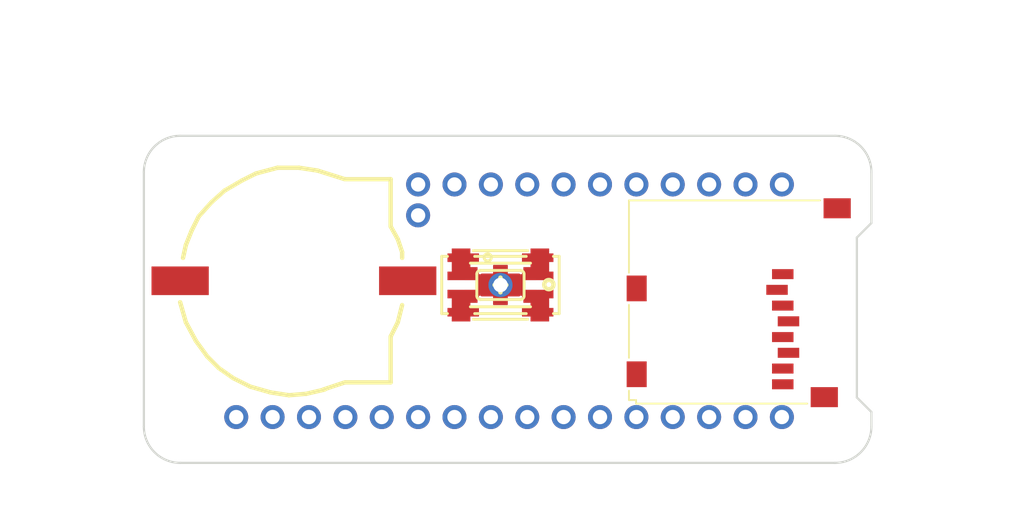
<source format=kicad_pcb>
 ( kicad_pcb  ( version 20171130 )
 ( host pcbnew "(5.1.4-0-10_14)" )
 ( general  ( thickness 1.6 )
 ( drawings 19 )
 ( tracks 0 )
 ( zones 0 )
 ( modules 18 )
 ( nets 35 )
)
 ( page A4 )
 ( layers  ( 0 Top signal )
 ( 31 Bottom signal )
 ( 32 B.Adhes user )
 ( 33 F.Adhes user )
 ( 34 B.Paste user )
 ( 35 F.Paste user )
 ( 36 B.SilkS user )
 ( 37 F.SilkS user )
 ( 38 B.Mask user )
 ( 39 F.Mask user )
 ( 40 Dwgs.User user )
 ( 41 Cmts.User user )
 ( 42 Eco1.User user )
 ( 43 Eco2.User user )
 ( 44 Edge.Cuts user )
 ( 45 Margin user )
 ( 46 B.CrtYd user hide )
 ( 47 F.CrtYd user )
 ( 48 B.Fab user )
 ( 49 F.Fab user )
)
 ( setup  ( last_trace_width 0.1524 )
 ( trace_clearance 0.1524 )
 ( zone_clearance 0.508 )
 ( zone_45_only no )
 ( trace_min 0.1524 )
 ( via_size 0.8001 )
 ( via_drill 0.4 )
 ( via_min_size 0.8001 )
 ( via_min_drill 0.3 )
 ( uvia_size 0.3 )
 ( uvia_drill 0.1 )
 ( uvias_allowed yes )
 ( uvia_min_size 0.2 )
 ( uvia_min_drill 0.1 )
 ( edge_width 0.05 )
 ( segment_width 0.2 )
 ( pcb_text_width 0.3 )
 ( pcb_text_size 1.5 1.5 )
 ( mod_edge_width 0.12 )
 ( mod_text_size 1 1 )
 ( mod_text_width 0.15 )
 ( pad_size 1.524 1.524 )
 ( pad_drill 0.762 )
 ( pad_to_mask_clearance 0.051 )
 ( solder_mask_min_width 0.25 )
 ( aux_axis_origin 0 0 )
 ( visible_elements FFFFEF7F )
 ( pcbplotparams  ( layerselection 0x010fc_ffffffff )
 ( usegerberextensions false )
 ( usegerberattributes false )
 ( usegerberadvancedattributes false )
 ( creategerberjobfile false )
 ( excludeedgelayer true )
 ( linewidth 0.100000 )
 ( plotframeref false )
 ( viasonmask false )
 ( mode 1 )
 ( useauxorigin false )
 ( hpglpennumber 1 )
 ( hpglpenspeed 20 )
 ( hpglpendiameter 15.000000 )
 ( psnegative false )
 ( psa4output false )
 ( plotreference true )
 ( plotvalue true )
 ( plotinvisibletext false )
 ( padsonsilk false )
 ( subtractmaskfromsilk false )
 ( outputformat 1 )
 ( mirror false )
 ( drillshape 1 )
 ( scaleselection 1 )
 ( outputdirectory "" )
)
)
 ( net 0 "" )
 ( net 1 G )
 ( net 2 TX )
 ( net 3 RX )
 ( net 4 F )
 ( net 5 E )
 ( net 6 D )
 ( net 7 C )
 ( net 8 B )
 ( net 9 A )
 ( net 10 AREF )
 ( net 11 USB )
 ( net 12 N )
 ( net 13 M )
 ( net 14 L )
 ( net 15 J )
 ( net 16 I )
 ( net 17 H )
 ( net 18 SCL )
 ( net 19 SDA )
 ( net 20 GND )
 ( net 21 MOSI )
 ( net 22 MISO )
 ( net 23 SCK )
 ( net 24 +3V3 )
 ( net 25 SD_CS )
 ( net 26 RESET )
 ( net 27 N$7 )
 ( net 28 N$8 )
 ( net 29 VBAT )
 ( net 30 EN )
 ( net 31 CR1220 )
 ( net 32 INT1 )
 ( net 33 CS )
 ( net 34 N$1 )
 ( net_class Default "This is the default net class."  ( clearance 0.1524 )
 ( trace_width 0.1524 )
 ( via_dia 0.8001 )
 ( via_drill 0.4 )
 ( uvia_dia 0.3 )
 ( uvia_drill 0.1 )
 ( add_net +3V3 )
 ( add_net A )
 ( add_net AREF )
 ( add_net B )
 ( add_net C )
 ( add_net CR1220 )
 ( add_net CS )
 ( add_net D )
 ( add_net E )
 ( add_net EN )
 ( add_net F )
 ( add_net G )
 ( add_net GND )
 ( add_net H )
 ( add_net I )
 ( add_net INT1 )
 ( add_net J )
 ( add_net L )
 ( add_net M )
 ( add_net MISO )
 ( add_net MOSI )
 ( add_net N )
 ( add_net N$1 )
 ( add_net N$7 )
 ( add_net N$8 )
 ( add_net RESET )
 ( add_net RX )
 ( add_net SCK )
 ( add_net SCL )
 ( add_net SDA )
 ( add_net SD_CS )
 ( add_net TX )
 ( add_net USB )
 ( add_net VBAT )
)
 ( module MICROSD locked  ( layer Top )
 ( tedit 5ECD63E1 )
 ( tstamp 5D7BF619 )
 ( at 167.232000 105.256000 90.000000 )
 ( descr "Courtesy: Adafruit Industries" )
 ( fp_text reference X4  ( at -5.805 -2.47 90 )
 ( layer F.SilkS )
hide  ( effects  ( font  ( size 0.77216 0.77216 )
 ( thickness 0.146304 )
)
 ( justify left bottom )
)
)
 ( fp_text value microsd  ( at -5.805 -1.327 90 )
 ( layer F.Fab )
hide  ( effects  ( font  ( size 0.38608 0.38608 )
 ( thickness 0.04064 )
)
 ( justify left bottom )
)
)
 ( fp_line  ( start 7.165 -10.26 )
 ( end 7.165 3.09 )
 ( layer F.SilkS )
 ( width 0.127 )
)
 ( fp_line  ( start 2.115 -10.26 )
 ( end 7.165 -10.26 )
 ( layer F.SilkS )
 ( width 0.127 )
)
 ( fp_line  ( start -3.835 -10.26 )
 ( end -0.135 -10.26 )
 ( layer F.SilkS )
 ( width 0.127 )
)
 ( fp_line  ( start -7.035 -9.76 )
 ( end -7.035 2.19 )
 ( layer F.SilkS )
 ( width 0.127 )
)
 ( fp_line  ( start -6.785 -9.76 )
 ( end -7.035 -9.76 )
 ( layer F.SilkS )
 ( width 0.127 )
)
 ( fp_line  ( start -6.785 -10.26 )
 ( end -6.785 -9.76 )
 ( layer F.SilkS )
 ( width 0.127 )
)
 ( fp_line  ( start -6.135 -10.26 )
 ( end -6.785 -10.26 )
 ( layer F.SilkS )
 ( width 0.127 )
)
 ( fp_line  ( start 4.305 9.36 )
 ( end 4.305 6.51 )
 ( layer F.Fab )
 ( width 0.1 )
)
 ( fp_arc  ( start 3.455 9.36 )
 ( end 3.455 10.21 )
 ( angle -90 )
 ( layer F.Fab )
 ( width 0.1 )
)
 ( fp_line  ( start -5.845 10.21 )
 ( end 3.455 10.21 )
 ( layer F.Fab )
 ( width 0.1 )
)
 ( fp_arc  ( start -5.845 9.36 )
 ( end -6.695 9.36 )
 ( angle -90 )
 ( layer F.Fab )
 ( width 0.1 )
)
 ( fp_line  ( start -6.695 6.56 )
 ( end -6.695 9.36 )
 ( layer F.Fab )
 ( width 0.1 )
)
 ( fp_arc  ( start 3.455 5.91 )
 ( end 3.455 6.76 )
 ( angle -90 )
 ( layer F.Fab )
 ( width 0.1 )
)
 ( fp_line  ( start -5.845 6.76 )
 ( end 3.455 6.76 )
 ( layer F.Fab )
 ( width 0.1 )
)
 ( fp_arc  ( start -5.845 5.91 )
 ( end -6.695 5.91 )
 ( angle -90 )
 ( layer F.Fab )
 ( width 0.1 )
)
 ( fp_line  ( start -6.695 5.76 )
 ( end -6.695 5.91 )
 ( layer F.Fab )
 ( width 0.1 )
)
 ( fp_line  ( start 4.305 5.26 )
 ( end 4.305 3.96 )
 ( layer F.Fab )
 ( width 0.1 )
)
 ( fp_arc  ( start 3.555 5.26 )
 ( end 3.555 6.01 )
 ( angle -90 )
 ( layer F.Fab )
 ( width 0.1 )
)
 ( fp_line  ( start -5.895 6.01 )
 ( end 3.555 6.01 )
 ( layer F.Fab )
 ( width 0.1 )
)
 ( fp_arc  ( start -5.895 5.26 )
 ( end -6.645 5.26 )
 ( angle -90 )
 ( layer F.Fab )
 ( width 0.1 )
)
 ( fp_line  ( start -6.645 3.96 )
 ( end -6.645 5.26 )
 ( layer F.Fab )
 ( width 0.1 )
)
 ( fp_line  ( start 2.205 1.01 )
 ( end 2.205 -0.34 )
 ( layer F.Fab )
 ( width 0.1 )
)
 ( fp_line  ( start 1.805 1.01 )
 ( end 2.205 1.01 )
 ( layer F.Fab )
 ( width 0.1 )
)
 ( fp_line  ( start 1.805 -0.39 )
 ( end 1.805 1.01 )
 ( layer F.Fab )
 ( width 0.1 )
)
 ( fp_line  ( start 1.105 0.66 )
 ( end 1.105 -0.39 )
 ( layer F.Fab )
 ( width 0.1 )
)
 ( fp_line  ( start 0.705 0.66 )
 ( end 1.105 0.66 )
 ( layer F.Fab )
 ( width 0.1 )
)
 ( fp_line  ( start 0.705 -0.39 )
 ( end 0.705 0.66 )
 ( layer F.Fab )
 ( width 0.1 )
)
 ( fp_line  ( start 0.005 1.06 )
 ( end 0.005 -0.34 )
 ( layer F.Fab )
 ( width 0.1 )
)
 ( fp_line  ( start -0.395 1.06 )
 ( end 0.005 1.06 )
 ( layer F.Fab )
 ( width 0.1 )
)
 ( fp_line  ( start -0.395 -0.39 )
 ( end -0.395 1.06 )
 ( layer F.Fab )
 ( width 0.1 )
)
 ( fp_line  ( start -1.095 1.21 )
 ( end -1.445 1.21 )
 ( layer F.Fab )
 ( width 0.1 )
)
 ( fp_line  ( start -1.095 -0.24 )
 ( end -1.095 1.21 )
 ( layer F.Fab )
 ( width 0.1 )
)
 ( fp_line  ( start -0.745 -0.24 )
 ( end -0.745 -0.39 )
 ( layer F.Fab )
 ( width 0.1 )
)
 ( fp_line  ( start -1.095 -0.24 )
 ( end -0.745 -0.24 )
 ( layer F.Fab )
 ( width 0.1 )
)
 ( fp_line  ( start -1.495 -0.24 )
 ( end -1.095 -0.24 )
 ( layer F.Fab )
 ( width 0.1 )
)
 ( fp_line  ( start -2.195 1.06 )
 ( end -2.195 -0.24 )
 ( layer F.Fab )
 ( width 0.1 )
)
 ( fp_line  ( start -2.595 1.06 )
 ( end -2.195 1.06 )
 ( layer F.Fab )
 ( width 0.1 )
)
 ( fp_line  ( start -2.595 -0.39 )
 ( end -2.595 1.06 )
 ( layer F.Fab )
 ( width 0.1 )
)
 ( fp_line  ( start -3.245 1.26 )
 ( end -3.245 -0.19 )
 ( layer F.Fab )
 ( width 0.1 )
)
 ( fp_line  ( start -3.695 1.26 )
 ( end -3.245 1.26 )
 ( layer F.Fab )
 ( width 0.1 )
)
 ( fp_line  ( start -3.695 -0.19 )
 ( end -3.695 1.26 )
 ( layer F.Fab )
 ( width 0.1 )
)
 ( fp_line  ( start -2.945 -0.19 )
 ( end -2.945 -0.39 )
 ( layer F.Fab )
 ( width 0.1 )
)
 ( fp_line  ( start -3.245 -0.19 )
 ( end -2.945 -0.19 )
 ( layer F.Fab )
 ( width 0.1 )
)
 ( fp_line  ( start -3.695 -0.19 )
 ( end -3.245 -0.19 )
 ( layer F.Fab )
 ( width 0.1 )
)
 ( fp_line  ( start -4.045 -0.19 )
 ( end -3.695 -0.19 )
 ( layer F.Fab )
 ( width 0.1 )
)
 ( fp_line  ( start -4.045 -0.39 )
 ( end -4.045 -0.19 )
 ( layer F.Fab )
 ( width 0.1 )
)
 ( fp_line  ( start -4.395 1.01 )
 ( end -4.395 -0.39 )
 ( layer F.Fab )
 ( width 0.1 )
)
 ( fp_line  ( start -4.795 1.01 )
 ( end -4.395 1.01 )
 ( layer F.Fab )
 ( width 0.1 )
)
 ( fp_line  ( start -4.795 -0.39 )
 ( end -4.795 1.01 )
 ( layer F.Fab )
 ( width 0.1 )
)
 ( fp_line  ( start -5.495 1.01 )
 ( end -5.495 -0.39 )
 ( layer F.Fab )
 ( width 0.1 )
)
 ( fp_line  ( start -5.895 1.01 )
 ( end -5.495 1.01 )
 ( layer F.Fab )
 ( width 0.1 )
)
 ( fp_line  ( start -5.895 -0.34 )
 ( end -5.895 1.01 )
 ( layer F.Fab )
 ( width 0.1 )
)
 ( fp_line  ( start 1.405 -9.39 )
 ( end 1.405 -9.99 )
 ( layer F.Fab )
 ( width 0.1 )
)
 ( fp_line  ( start 1.305 -9.39 )
 ( end 1.405 -9.39 )
 ( layer F.Fab )
 ( width 0.1 )
)
 ( fp_line  ( start 0.205 -9.39 )
 ( end 0.205 -9.99 )
 ( layer F.Fab )
 ( width 0.1 )
)
 ( fp_line  ( start 0.405 -9.39 )
 ( end 0.205 -9.39 )
 ( layer F.Fab )
 ( width 0.1 )
)
 ( fp_line  ( start 1.305 -9.24 )
 ( end 1.555 -9.24 )
 ( layer F.Fab )
 ( width 0.1 )
)
 ( fp_line  ( start 0.405 -9.24 )
 ( end 0.105 -9.24 )
 ( layer F.Fab )
 ( width 0.1 )
)
 ( fp_line  ( start 0.155 -4.24 )
 ( end 1.455 -4.24 )
 ( layer F.Fab )
 ( width 0.1 )
)
 ( fp_line  ( start 0.405 -9.69 )
 ( end 0.155 -4.24 )
 ( layer F.Fab )
 ( width 0.1 )
)
 ( fp_line  ( start 0.405 -9.74 )
 ( end 0.405 -9.69 )
 ( layer F.Fab )
 ( width 0.1 )
)
 ( fp_arc  ( start 0.555 -9.69 )
 ( end 0.605 -9.84 )
 ( angle -90 )
 ( layer F.Fab )
 ( width 0.1 )
)
 ( fp_line  ( start 0.605 -8.89 )
 ( end 0.605 -9.84 )
 ( layer F.Fab )
 ( width 0.1 )
)
 ( fp_arc  ( start 0.855 -8.89 )
 ( end 0.855 -8.64 )
 ( angle 90 )
 ( layer F.Fab )
 ( width 0.1 )
)
 ( fp_line  ( start 0.805 -8.64 )
 ( end 0.855 -8.64 )
 ( layer F.Fab )
 ( width 0.1 )
)
 ( fp_arc  ( start 0.805 -8.89 )
 ( end 1.055 -8.89 )
 ( angle 90 )
 ( layer F.Fab )
 ( width 0.1 )
)
 ( fp_line  ( start 1.055 -9.84 )
 ( end 1.055 -8.89 )
 ( layer F.Fab )
 ( width 0.1 )
)
 ( fp_arc  ( start 1.055 -9.64 )
 ( end 1.255 -9.64 )
 ( angle -90 )
 ( layer F.Fab )
 ( width 0.1 )
)
 ( fp_line  ( start 1.255 -9.59 )
 ( end 1.255 -9.64 )
 ( layer F.Fab )
 ( width 0.1 )
)
 ( fp_line  ( start 1.455 -4.24 )
 ( end 1.255 -9.59 )
 ( layer F.Fab )
 ( width 0.1 )
)
 ( fp_arc  ( start 1.605 -4.24 )
 ( end 1.605 -4.09 )
 ( angle 90 )
 ( layer F.Fab )
 ( width 0.1 )
)
 ( fp_arc  ( start 1.605 -4.24 )
 ( end 1.755 -4.24 )
 ( angle 90 )
 ( layer F.Fab )
 ( width 0.1 )
)
 ( fp_line  ( start 1.755 -4.29 )
 ( end 1.755 -4.24 )
 ( layer F.Fab )
 ( width 0.1 )
)
 ( fp_line  ( start 1.505 -10.19 )
 ( end 1.755 -4.29 )
 ( layer F.Fab )
 ( width 0.1 )
)
 ( fp_line  ( start 0.155 -10.04 )
 ( end 1.505 -10.04 )
 ( layer F.Fab )
 ( width 0.1 )
)
 ( fp_line  ( start -0.145 -4.24 )
 ( end 0.105 -10.19 )
 ( layer F.Fab )
 ( width 0.1 )
)
 ( fp_arc  ( start 0.005 -4.24 )
 ( end 0.005 -4.09 )
 ( angle 90 )
 ( layer F.Fab )
 ( width 0.1 )
)
 ( fp_arc  ( start 0.005 -4.24 )
 ( end 0.155 -4.24 )
 ( angle 90 )
 ( layer F.Fab )
 ( width 0.1 )
)
 ( fp_line  ( start -4.295 -9.39 )
 ( end -4.295 -9.99 )
 ( layer F.Fab )
 ( width 0.1 )
)
 ( fp_line  ( start -4.395 -9.39 )
 ( end -4.295 -9.39 )
 ( layer F.Fab )
 ( width 0.1 )
)
 ( fp_line  ( start -5.495 -9.39 )
 ( end -5.495 -9.99 )
 ( layer F.Fab )
 ( width 0.1 )
)
 ( fp_line  ( start -5.295 -9.39 )
 ( end -5.495 -9.39 )
 ( layer F.Fab )
 ( width 0.1 )
)
 ( fp_line  ( start -4.395 -9.24 )
 ( end -4.145 -9.24 )
 ( layer F.Fab )
 ( width 0.1 )
)
 ( fp_line  ( start -5.295 -9.24 )
 ( end -5.595 -9.24 )
 ( layer F.Fab )
 ( width 0.1 )
)
 ( fp_line  ( start -5.545 -4.24 )
 ( end -4.245 -4.24 )
 ( layer F.Fab )
 ( width 0.1 )
)
 ( fp_line  ( start -5.295 -9.69 )
 ( end -5.545 -4.24 )
 ( layer F.Fab )
 ( width 0.1 )
)
 ( fp_line  ( start -5.295 -9.74 )
 ( end -5.295 -9.69 )
 ( layer F.Fab )
 ( width 0.1 )
)
 ( fp_arc  ( start -5.145 -9.69 )
 ( end -5.095 -9.84 )
 ( angle -90 )
 ( layer F.Fab )
 ( width 0.1 )
)
 ( fp_line  ( start -5.095 -8.89 )
 ( end -5.095 -9.84 )
 ( layer F.Fab )
 ( width 0.1 )
)
 ( fp_arc  ( start -4.845 -8.89 )
 ( end -4.845 -8.64 )
 ( angle 90 )
 ( layer F.Fab )
 ( width 0.1 )
)
 ( fp_line  ( start -4.895 -8.64 )
 ( end -4.845 -8.64 )
 ( layer F.Fab )
 ( width 0.1 )
)
 ( fp_arc  ( start -4.895 -8.89 )
 ( end -4.645 -8.89 )
 ( angle 90 )
 ( layer F.Fab )
 ( width 0.1 )
)
 ( fp_line  ( start -4.645 -9.84 )
 ( end -4.645 -8.89 )
 ( layer F.Fab )
 ( width 0.1 )
)
 ( fp_arc  ( start -4.645 -9.64 )
 ( end -4.445 -9.64 )
 ( angle -90 )
 ( layer F.Fab )
 ( width 0.1 )
)
 ( fp_line  ( start -4.445 -9.59 )
 ( end -4.445 -9.64 )
 ( layer F.Fab )
 ( width 0.1 )
)
 ( fp_line  ( start -4.245 -4.24 )
 ( end -4.445 -9.59 )
 ( layer F.Fab )
 ( width 0.1 )
)
 ( fp_arc  ( start -4.095 -4.24 )
 ( end -4.095 -4.09 )
 ( angle 90 )
 ( layer F.Fab )
 ( width 0.1 )
)
 ( fp_arc  ( start -4.095 -4.24 )
 ( end -3.945 -4.24 )
 ( angle 90 )
 ( layer F.Fab )
 ( width 0.1 )
)
 ( fp_line  ( start -3.945 -4.29 )
 ( end -3.945 -4.24 )
 ( layer F.Fab )
 ( width 0.1 )
)
 ( fp_line  ( start -4.195 -10.19 )
 ( end -3.945 -4.29 )
 ( layer F.Fab )
 ( width 0.1 )
)
 ( fp_line  ( start -5.545 -10.04 )
 ( end -4.195 -10.04 )
 ( layer F.Fab )
 ( width 0.1 )
)
 ( fp_line  ( start -5.845 -4.24 )
 ( end -5.595 -10.19 )
 ( layer F.Fab )
 ( width 0.1 )
)
 ( fp_arc  ( start -5.695 -4.24 )
 ( end -5.695 -4.09 )
 ( angle 90 )
 ( layer F.Fab )
 ( width 0.1 )
)
 ( fp_arc  ( start -5.695 -4.24 )
 ( end -5.545 -4.24 )
 ( angle 90 )
 ( layer F.Fab )
 ( width 0.1 )
)
 ( fp_line  ( start 3.005 -3.79 )
 ( end 3.005 -6.29 )
 ( layer F.Fab )
 ( width 0.1 )
)
 ( fp_arc  ( start 3.205 -3.79 )
 ( end 3.205 -3.59 )
 ( angle 90 )
 ( layer F.Fab )
 ( width 0.1 )
)
 ( fp_line  ( start 3.255 -3.59 )
 ( end 3.205 -3.59 )
 ( layer F.Fab )
 ( width 0.1 )
)
 ( fp_arc  ( start 3.255 -3.84 )
 ( end 3.505 -3.84 )
 ( angle 90 )
 ( layer F.Fab )
 ( width 0.1 )
)
 ( fp_line  ( start 3.505 -6.29 )
 ( end 3.505 -3.84 )
 ( layer F.Fab )
 ( width 0.1 )
)
 ( fp_arc  ( start 3.305 -6.29 )
 ( end 3.305 -6.49 )
 ( angle 90 )
 ( layer F.Fab )
 ( width 0.1 )
)
 ( fp_line  ( start 3.205 -6.49 )
 ( end 3.305 -6.49 )
 ( layer F.Fab )
 ( width 0.1 )
)
 ( fp_arc  ( start 3.205 -6.29 )
 ( end 3.005 -6.29 )
 ( angle 90 )
 ( layer F.Fab )
 ( width 0.1 )
)
 ( fp_arc  ( start -5.695 -0.04 )
 ( end -6.045 -0.04 )
 ( angle 90 )
 ( layer F.Fab )
 ( width 0.1 )
)
 ( fp_line  ( start -6.045 1.06 )
 ( end -6.045 -0.04 )
 ( layer F.Fab )
 ( width 0.1 )
)
 ( fp_arc  ( start -5.695 1.06 )
 ( end -5.695 1.41 )
 ( angle 90 )
 ( layer F.Fab )
 ( width 0.1 )
)
 ( fp_line  ( start -2.495 1.41 )
 ( end -5.695 1.41 )
 ( layer F.Fab )
 ( width 0.1 )
)
 ( fp_arc  ( start -2.495 1.06 )
 ( end -2.145 1.06 )
 ( angle 90 )
 ( layer F.Fab )
 ( width 0.1 )
)
 ( fp_line  ( start -2.145 -0.14 )
 ( end -2.145 1.06 )
 ( layer F.Fab )
 ( width 0.1 )
)
 ( fp_arc  ( start -2.395 -0.14 )
 ( end -2.395 -0.39 )
 ( angle 90 )
 ( layer F.Fab )
 ( width 0.1 )
)
 ( fp_line  ( start -2.595 -0.39 )
 ( end -2.395 -0.39 )
 ( layer F.Fab )
 ( width 0.1 )
)
 ( fp_line  ( start -2.945 -0.39 )
 ( end -2.595 -0.39 )
 ( layer F.Fab )
 ( width 0.1 )
)
 ( fp_line  ( start -4.045 -0.39 )
 ( end -2.945 -0.39 )
 ( layer F.Fab )
 ( width 0.1 )
)
 ( fp_line  ( start -4.395 -0.39 )
 ( end -4.045 -0.39 )
 ( layer F.Fab )
 ( width 0.1 )
)
 ( fp_line  ( start -4.795 -0.39 )
 ( end -4.395 -0.39 )
 ( layer F.Fab )
 ( width 0.1 )
)
 ( fp_line  ( start -5.495 -0.39 )
 ( end -4.795 -0.39 )
 ( layer F.Fab )
 ( width 0.1 )
)
 ( fp_line  ( start -5.695 -0.39 )
 ( end -5.495 -0.39 )
 ( layer F.Fab )
 ( width 0.1 )
)
 ( fp_arc  ( start -1.245 -0.09 )
 ( end -1.545 -0.09 )
 ( angle 90 )
 ( layer F.Fab )
 ( width 0.1 )
)
 ( fp_line  ( start -1.545 1.06 )
 ( end -1.545 -0.09 )
 ( layer F.Fab )
 ( width 0.1 )
)
 ( fp_arc  ( start -1.195 1.06 )
 ( end -1.195 1.41 )
 ( angle 90 )
 ( layer F.Fab )
 ( width 0.1 )
)
 ( fp_line  ( start 2.005 1.41 )
 ( end -1.195 1.41 )
 ( layer F.Fab )
 ( width 0.1 )
)
 ( fp_arc  ( start 2.005 1.06 )
 ( end 2.355 1.06 )
 ( angle 90 )
 ( layer F.Fab )
 ( width 0.1 )
)
 ( fp_line  ( start 2.355 -0.09 )
 ( end 2.355 1.06 )
 ( layer F.Fab )
 ( width 0.1 )
)
 ( fp_arc  ( start 2.055 -0.09 )
 ( end 2.055 -0.39 )
 ( angle 90 )
 ( layer F.Fab )
 ( width 0.1 )
)
 ( fp_line  ( start 1.805 -0.39 )
 ( end 2.055 -0.39 )
 ( layer F.Fab )
 ( width 0.1 )
)
 ( fp_line  ( start 1.105 -0.39 )
 ( end 1.805 -0.39 )
 ( layer F.Fab )
 ( width 0.1 )
)
 ( fp_line  ( start 0.705 -0.39 )
 ( end 1.105 -0.39 )
 ( layer F.Fab )
 ( width 0.1 )
)
 ( fp_line  ( start -0.395 -0.39 )
 ( end 0.705 -0.39 )
 ( layer F.Fab )
 ( width 0.1 )
)
 ( fp_line  ( start -0.745 -0.39 )
 ( end -0.395 -0.39 )
 ( layer F.Fab )
 ( width 0.1 )
)
 ( fp_line  ( start -1.245 -0.39 )
 ( end -0.745 -0.39 )
 ( layer F.Fab )
 ( width 0.1 )
)
 ( fp_line  ( start 4.955 -3.69 )
 ( end 7.055 -3.69 )
 ( layer F.Fab )
 ( width 0.1 )
)
 ( fp_arc  ( start 4.955 -3.34 )
 ( end 4.605 -3.34 )
 ( angle 90 )
 ( layer F.Fab )
 ( width 0.1 )
)
 ( fp_line  ( start 4.605 -2.04 )
 ( end 4.605 -3.34 )
 ( layer F.Fab )
 ( width 0.1 )
)
 ( fp_arc  ( start 4.655 -2.04 )
 ( end 4.655 -1.99 )
 ( angle 90 )
 ( layer F.Fab )
 ( width 0.1 )
)
 ( fp_line  ( start 4.855 -1.79 )
 ( end 4.655 -1.99 )
 ( layer F.Fab )
 ( width 0.1 )
)
 ( fp_line  ( start 4.855 2.16 )
 ( end 4.855 -1.79 )
 ( layer F.Fab )
 ( width 0.1 )
)
 ( fp_arc  ( start 5.055 2.16 )
 ( end 5.055 2.36 )
 ( angle 90 )
 ( layer F.Fab )
 ( width 0.1 )
)
 ( fp_line  ( start 5.105 2.36 )
 ( end 5.055 2.36 )
 ( layer F.Fab )
 ( width 0.1 )
)
 ( fp_arc  ( start 5.105 2.16 )
 ( end 5.305 2.16 )
 ( angle 90 )
 ( layer F.Fab )
 ( width 0.1 )
)
 ( fp_line  ( start 5.455 -1.99 )
 ( end 5.305 2.16 )
 ( layer F.Fab )
 ( width 0.1 )
)
 ( fp_arc  ( start 5.255 -1.99 )
 ( end 5.255 -2.19 )
 ( angle 90 )
 ( layer F.Fab )
 ( width 0.1 )
)
 ( fp_line  ( start 5.205 -2.19 )
 ( end 5.255 -2.19 )
 ( layer F.Fab )
 ( width 0.1 )
)
 ( fp_arc  ( start 5.205 -2.34 )
 ( end 5.055 -2.34 )
 ( angle -90 )
 ( layer F.Fab )
 ( width 0.1 )
)
 ( fp_line  ( start 5.055 -3.14 )
 ( end 5.055 -2.34 )
 ( layer F.Fab )
 ( width 0.1 )
)
 ( fp_arc  ( start 5.205 -3.14 )
 ( end 5.205 -3.29 )
 ( angle -90 )
 ( layer F.Fab )
 ( width 0.1 )
)
 ( fp_line  ( start 6.255 -3.29 )
 ( end 5.205 -3.29 )
 ( layer F.Fab )
 ( width 0.1 )
)
 ( fp_arc  ( start 6.255 -3.14 )
 ( end 6.405 -3.14 )
 ( angle -90 )
 ( layer F.Fab )
 ( width 0.1 )
)
 ( fp_line  ( start 6.405 -2.44 )
 ( end 6.405 -3.14 )
 ( layer F.Fab )
 ( width 0.1 )
)
 ( fp_arc  ( start 6.155 -2.44 )
 ( end 6.155 -2.19 )
 ( angle -90 )
 ( layer F.Fab )
 ( width 0.1 )
)
 ( fp_arc  ( start 6.155 -2.04 )
 ( end 6.005 -2.04 )
 ( angle 90 )
 ( layer F.Fab )
 ( width 0.1 )
)
 ( fp_line  ( start 6.105 2.16 )
 ( end 6.005 -2.04 )
 ( layer F.Fab )
 ( width 0.1 )
)
 ( fp_arc  ( start 6.305 2.16 )
 ( end 6.305 2.36 )
 ( angle 90 )
 ( layer F.Fab )
 ( width 0.1 )
)
 ( fp_line  ( start 7.055 2.36 )
 ( end 6.305 2.36 )
 ( layer F.Fab )
 ( width 0.1 )
)
 ( fp_arc  ( start 6.755 3.86 )
 ( end 6.955 3.86 )
 ( angle -90 )
 ( layer F.Fab )
 ( width 0.1 )
)
 ( fp_arc  ( start 6.805 3.86 )
 ( end 6.805 4.01 )
 ( angle -90 )
 ( layer F.Fab )
 ( width 0.1 )
)
 ( fp_line  ( start 6.755 4.01 )
 ( end 6.805 4.01 )
 ( layer F.Fab )
 ( width 0.1 )
)
 ( fp_arc  ( start 6.755 4.16 )
 ( end 6.605 4.16 )
 ( angle 90 )
 ( layer F.Fab )
 ( width 0.1 )
)
 ( fp_line  ( start 6.605 4.46 )
 ( end 6.605 4.16 )
 ( layer F.Fab )
 ( width 0.1 )
)
 ( fp_arc  ( start 6.755 4.46 )
 ( end 6.755 4.61 )
 ( angle 90 )
 ( layer F.Fab )
 ( width 0.1 )
)
 ( fp_line  ( start 6.805 4.61 )
 ( end 6.755 4.61 )
 ( layer F.Fab )
 ( width 0.1 )
)
 ( fp_arc  ( start 6.805 4.76 )
 ( end 6.955 4.76 )
 ( angle -90 )
 ( layer F.Fab )
 ( width 0.1 )
)
 ( fp_line  ( start 6.955 4.86 )
 ( end 6.955 4.76 )
 ( layer F.Fab )
 ( width 0.1 )
)
 ( fp_line  ( start 6.355 3.66 )
 ( end 6.355 4.96 )
 ( layer F.Fab )
 ( width 0.1 )
)
 ( fp_line  ( start 6.655 3.51 )
 ( end 6.655 3.31 )
 ( layer F.Fab )
 ( width 0.1 )
)
 ( fp_line  ( start 6.655 3.51 )
 ( end 6.805 3.51 )
 ( layer F.Fab )
 ( width 0.1 )
)
 ( fp_line  ( start 6.005 3.51 )
 ( end 6.655 3.51 )
 ( layer F.Fab )
 ( width 0.1 )
)
 ( fp_line  ( start 6.805 3.31 )
 ( end 6.805 3.51 )
 ( layer F.Fab )
 ( width 0.1 )
)
 ( fp_line  ( start 4.355 4.36 )
 ( end 3.855 3.81 )
 ( layer F.Fab )
 ( width 0.1 )
)
 ( fp_line  ( start 4.555 4.36 )
 ( end 4.355 4.36 )
 ( layer F.Fab )
 ( width 0.1 )
)
 ( fp_arc  ( start 4.505 4.76 )
 ( end 4.355 4.76 )
 ( angle 90 )
 ( layer F.Fab )
 ( width 0.1 )
)
 ( fp_line  ( start 4.505 4.91 )
 ( end 4.355 4.76 )
 ( layer F.Fab )
 ( width 0.1 )
)
 ( fp_line  ( start 3.505 4.76 )
 ( end 4.355 4.76 )
 ( layer F.Fab )
 ( width 0.1 )
)
 ( fp_line  ( start 4.005 4.56 )
 ( end 3.505 4.56 )
 ( layer F.Fab )
 ( width 0.1 )
)
 ( fp_line  ( start 4.005 4.56 )
 ( end 4.505 4.56 )
 ( layer F.Fab )
 ( width 0.1 )
)
 ( fp_line  ( start 3.505 4.06 )
 ( end 4.005 4.56 )
 ( layer F.Fab )
 ( width 0.1 )
)
 ( fp_line  ( start 3.505 3.71 )
 ( end 3.505 4.06 )
 ( layer F.Fab )
 ( width 0.1 )
)
 ( fp_line  ( start 3.505 4.36 )
 ( end 3.755 4.36 )
 ( layer F.Fab )
 ( width 0.1 )
)
 ( fp_line  ( start 3.505 4.56 )
 ( end 3.505 4.36 )
 ( layer F.Fab )
 ( width 0.1 )
)
 ( fp_line  ( start 3.505 4.76 )
 ( end 3.505 4.56 )
 ( layer F.Fab )
 ( width 0.1 )
)
 ( fp_line  ( start 3.505 4.96 )
 ( end 3.505 4.76 )
 ( layer F.Fab )
 ( width 0.1 )
)
 ( fp_line  ( start 2.555 4.96 )
 ( end 2.555 3.46 )
 ( layer F.Fab )
 ( width 0.1 )
)
 ( fp_line  ( start 3.505 4.96 )
 ( end 2.555 4.96 )
 ( layer F.Fab )
 ( width 0.1 )
)
 ( fp_line  ( start 4.805 4.96 )
 ( end 3.505 4.96 )
 ( layer F.Fab )
 ( width 0.1 )
)
 ( fp_line  ( start 7.055 -7.84 )
 ( end 7.055 -10.19 )
 ( layer F.Fab )
 ( width 0.1 )
)
 ( fp_line  ( start 7.105 -7.84 )
 ( end 7.055 -7.84 )
 ( layer F.Fab )
 ( width 0.1 )
)
 ( fp_line  ( start 7.105 -6.79 )
 ( end 7.105 -7.84 )
 ( layer F.Fab )
 ( width 0.1 )
)
 ( fp_line  ( start 7.055 -6.79 )
 ( end 7.105 -6.79 )
 ( layer F.Fab )
 ( width 0.1 )
)
 ( fp_line  ( start 7.055 -3.69 )
 ( end 7.055 -6.79 )
 ( layer F.Fab )
 ( width 0.1 )
)
 ( fp_line  ( start 7.055 -2.64 )
 ( end 7.055 -3.69 )
 ( layer F.Fab )
 ( width 0.1 )
)
 ( fp_line  ( start 7.105 -2.64 )
 ( end 7.055 -2.64 )
 ( layer F.Fab )
 ( width 0.1 )
)
 ( fp_line  ( start 7.105 -1.59 )
 ( end 7.105 -2.64 )
 ( layer F.Fab )
 ( width 0.1 )
)
 ( fp_line  ( start 7.055 -1.59 )
 ( end 7.105 -1.59 )
 ( layer F.Fab )
 ( width 0.1 )
)
 ( fp_line  ( start 7.055 1.36 )
 ( end 7.055 -1.59 )
 ( layer F.Fab )
 ( width 0.1 )
)
 ( fp_line  ( start 7.105 1.36 )
 ( end 7.055 1.36 )
 ( layer F.Fab )
 ( width 0.1 )
)
 ( fp_line  ( start 7.105 2.36 )
 ( end 7.105 1.36 )
 ( layer F.Fab )
 ( width 0.1 )
)
 ( fp_line  ( start 7.055 2.36 )
 ( end 7.105 2.36 )
 ( layer F.Fab )
 ( width 0.1 )
)
 ( fp_line  ( start 7.055 3.26 )
 ( end 7.055 2.36 )
 ( layer F.Fab )
 ( width 0.1 )
)
 ( fp_line  ( start 6.155 3.26 )
 ( end 7.055 3.26 )
 ( layer F.Fab )
 ( width 0.1 )
)
 ( fp_arc  ( start 6.155 3.46 )
 ( end 5.955 3.46 )
 ( angle 90 )
 ( layer F.Fab )
 ( width 0.1 )
)
 ( fp_arc  ( start 6.155 3.46 )
 ( end 6.155 3.66 )
 ( angle 90 )
 ( layer F.Fab )
 ( width 0.1 )
)
 ( fp_line  ( start 6.355 3.66 )
 ( end 6.155 3.66 )
 ( layer F.Fab )
 ( width 0.1 )
)
 ( fp_line  ( start 6.755 3.66 )
 ( end 6.355 3.66 )
 ( layer F.Fab )
 ( width 0.1 )
)
 ( fp_arc  ( start 6.755 3.91 )
 ( end 7.005 3.91 )
 ( angle -90 )
 ( layer F.Fab )
 ( width 0.1 )
)
 ( fp_line  ( start 7.005 4.71 )
 ( end 7.005 3.91 )
 ( layer F.Fab )
 ( width 0.1 )
)
 ( fp_arc  ( start 6.755 4.71 )
 ( end 6.955 4.86 )
 ( angle -36.869898 )
 ( layer F.Fab )
 ( width 0.1 )
)
 ( fp_arc  ( start 6.754999 4.709999 )
 ( end 6.755 4.96 )
 ( angle -53.130102 )
 ( layer F.Fab )
 ( width 0.1 )
)
 ( fp_line  ( start 6.355 4.96 )
 ( end 6.755 4.96 )
 ( layer F.Fab )
 ( width 0.1 )
)
 ( fp_line  ( start 4.805 4.96 )
 ( end 6.355 4.96 )
 ( layer F.Fab )
 ( width 0.1 )
)
 ( fp_arc  ( start 4.805 4.71 )
 ( end 4.555 4.71 )
 ( angle -90 )
 ( layer F.Fab )
 ( width 0.1 )
)
 ( fp_line  ( start 4.555 4.36 )
 ( end 4.555 4.71 )
 ( layer F.Fab )
 ( width 0.1 )
)
 ( fp_line  ( start 4.555 4.11 )
 ( end 4.555 4.36 )
 ( layer F.Fab )
 ( width 0.1 )
)
 ( fp_arc  ( start 4.455 4.11 )
 ( end 4.455 4.01 )
 ( angle 90 )
 ( layer F.Fab )
 ( width 0.1 )
)
 ( fp_arc  ( start -1.245 19.670621 )
 ( end -6.945 4.01 )
 ( angle 40 )
 ( layer F.Fab )
 ( width 0.1 )
)
 ( fp_line  ( start -6.945 -0.74 )
 ( end -6.945 4.01 )
 ( layer F.Fab )
 ( width 0.1 )
)
 ( fp_line  ( start -6.995 -0.74 )
 ( end -6.945 -0.74 )
 ( layer F.Fab )
 ( width 0.1 )
)
 ( fp_line  ( start -6.995 -2.04 )
 ( end -6.995 -0.74 )
 ( layer F.Fab )
 ( width 0.1 )
)
 ( fp_line  ( start -6.945 -2.04 )
 ( end -6.995 -2.04 )
 ( layer F.Fab )
 ( width 0.1 )
)
 ( fp_line  ( start -6.945 -7.09 )
 ( end -6.945 -2.04 )
 ( layer F.Fab )
 ( width 0.1 )
)
 ( fp_line  ( start -6.995 -7.09 )
 ( end -6.945 -7.09 )
 ( layer F.Fab )
 ( width 0.1 )
)
 ( fp_line  ( start -6.995 -8.44 )
 ( end -6.995 -7.09 )
 ( layer F.Fab )
 ( width 0.1 )
)
 ( fp_line  ( start -6.945 -8.44 )
 ( end -6.995 -8.44 )
 ( layer F.Fab )
 ( width 0.1 )
)
 ( fp_line  ( start -6.945 -9.69 )
 ( end -6.945 -8.44 )
 ( layer F.Fab )
 ( width 0.1 )
)
 ( fp_line  ( start -6.695 -9.69 )
 ( end -6.945 -9.69 )
 ( layer F.Fab )
 ( width 0.1 )
)
 ( fp_line  ( start -6.695 -10.19 )
 ( end -6.695 -9.69 )
 ( layer F.Fab )
 ( width 0.1 )
)
 ( fp_line  ( start -5.595 -10.19 )
 ( end -6.695 -10.19 )
 ( layer F.Fab )
 ( width 0.1 )
)
 ( fp_line  ( start -4.195 -10.19 )
 ( end -5.595 -10.19 )
 ( layer F.Fab )
 ( width 0.1 )
)
 ( fp_line  ( start 3.405 -10.19 )
 ( end -4.195 -10.19 )
 ( layer F.Fab )
 ( width 0.1 )
)
 ( fp_line  ( start 3.405 -9.89 )
 ( end 3.405 -10.19 )
 ( layer F.Fab )
 ( width 0.1 )
)
 ( fp_arc  ( start 3.605 -9.89 )
 ( end 3.605 -9.69 )
 ( angle 90 )
 ( layer F.Fab )
 ( width 0.1 )
)
 ( fp_arc  ( start 3.605 -9.89 )
 ( end 3.805 -9.89 )
 ( angle 90 )
 ( layer F.Fab )
 ( width 0.1 )
)
 ( fp_line  ( start 3.805 -10.19 )
 ( end 3.805 -9.89 )
 ( layer F.Fab )
 ( width 0.1 )
)
 ( fp_line  ( start 6.005 -10.19 )
 ( end 3.805 -10.19 )
 ( layer F.Fab )
 ( width 0.1 )
)
 ( fp_line  ( start 6.005 -9.89 )
 ( end 6.005 -10.19 )
 ( layer F.Fab )
 ( width 0.1 )
)
 ( fp_arc  ( start 6.205 -9.89 )
 ( end 6.205 -9.69 )
 ( angle 90 )
 ( layer F.Fab )
 ( width 0.1 )
)
 ( fp_arc  ( start 6.205 -9.89 )
 ( end 6.405 -9.89 )
 ( angle 90 )
 ( layer F.Fab )
 ( width 0.1 )
)
 ( fp_line  ( start 6.405 -10.19 )
 ( end 6.405 -9.89 )
 ( layer F.Fab )
 ( width 0.1 )
)
 ( fp_line  ( start 7.055 -10.19 )
 ( end 6.405 -10.19 )
 ( layer F.Fab )
 ( width 0.1 )
)
 ( fp_poly  ( pts  ( xy 7.165 -10.26 )
 ( xy 7.215 5.04 )
 ( xy 4.615 5.04 )
 ( xy 4.615 11.24 )
 ( xy -6.86 11.19 )
 ( xy -6.91 -9.81 )
 ( xy -6.785 -9.76 )
 ( xy -6.785 -10.26 )
)
 ( layer F.CrtYd )
 ( width 0.1 )
)
 ( pad 1 smd rect  ( at 2.015 0.48 90.000000 )
 ( size 0.7 1.5 )
 ( layers Top F.Mask F.Paste )
 ( solder_mask_margin 0.0508 )
)
 ( pad 2 smd rect  ( at 0.915 0.08 90.000000 )
 ( size 0.7 1.5 )
 ( layers Top F.Mask F.Paste )
 ( net 25 SD_CS )
 ( solder_mask_margin 0.0508 )
)
 ( pad 3 smd rect  ( at -0.185 0.48 90.000000 )
 ( size 0.7 1.5 )
 ( layers Top F.Mask F.Paste )
 ( net 21 MOSI )
 ( solder_mask_margin 0.0508 )
)
 ( pad 4 smd rect  ( at -1.285 0.88 90.000000 )
 ( size 0.7 1.5 )
 ( layers Top F.Mask F.Paste )
 ( net 24 +3V3 )
 ( solder_mask_margin 0.0508 )
)
 ( pad 5 smd rect  ( at -2.385 0.48 90.000000 )
 ( size 0.7 1.5 )
 ( layers Top F.Mask F.Paste )
 ( net 23 SCK )
 ( solder_mask_margin 0.0508 )
)
 ( pad 6 smd rect  ( at -3.485 0.88 90.000000 )
 ( size 0.7 1.5 )
 ( layers Top F.Mask F.Paste )
 ( net 20 GND )
 ( solder_mask_margin 0.0508 )
)
 ( pad 7 smd rect  ( at -4.585 0.48 90.000000 )
 ( size 0.7 1.5 )
 ( layers Top F.Mask F.Paste )
 ( net 22 MISO )
 ( solder_mask_margin 0.0508 )
)
 ( pad 8 smd rect  ( at -5.685 0.48 90.000000 )
 ( size 0.7 1.5 )
 ( layers Top F.Mask F.Paste )
 ( solder_mask_margin 0.0508 )
)
 ( pad CD2 smd rect  ( at 1.015 -9.72 180.000000 )
 ( size 1.4 1.8 )
 ( layers Top F.Mask F.Paste )
 ( solder_mask_margin 0.0508 )
)
 ( pad CD1 smd rect  ( at -4.985 -9.72 180.000000 )
 ( size 1.4 1.8 )
 ( layers Top F.Mask F.Paste )
 ( solder_mask_margin 0.0508 )
)
 ( pad MT2 smd rect  ( at 6.615 4.28 90.000000 )
 ( size 1.4 1.9 )
 ( layers Top F.Mask F.Paste )
 ( net 20 GND )
 ( solder_mask_margin 0.0508 )
)
 ( pad MT1 smd rect  ( at -6.585 3.38 90.000000 )
 ( size 1.4 1.9 )
 ( layers Top F.Mask F.Paste )
 ( net 20 GND )
 ( solder_mask_margin 0.0508 )
)
)
 ( module SOLDERJUMPER_CLOSEDWIRE  ( layer Top )
 ( tedit 5DDD83E7 )
 ( tstamp 5D7BF823 )
 ( at 148.000000 104.000000 )
 ( fp_text reference SJ1  ( at -1.651 -1.27 )
 ( layer F.SilkS )
hide  ( effects  ( font  ( size 0.77216 0.77216 )
 ( thickness 0.146304 )
)
 ( justify left bottom )
)
)
 ( fp_text value ""  ( at -1.524 1.651 )
 ( layer F.Fab )
 ( effects  ( font  ( size 0.38608 0.38608 )
 ( thickness 0.038608 )
)
 ( justify left bottom )
)
)
 ( fp_poly  ( pts  ( xy -1.27 -0.762 )
 ( xy 1.27 -0.762 )
 ( xy 1.27 0.762 )
 ( xy -1.27 0.762 )
)
 ( layer F.Mask )
 ( width 0 )
)
 ( fp_arc  ( start 0.254 0 )
 ( end 0.254 -0.127 )
 ( angle 180 )
 ( layer F.Fab )
 ( width 1.27 )
)
 ( fp_arc  ( start -0.254 0 )
 ( end -0.254 0.127 )
 ( angle 180 )
 ( layer F.Fab )
 ( width 1.27 )
)
 ( fp_line  ( start -1.016 0 )
 ( end -1.524 0 )
 ( layer F.Fab )
 ( width 0.2032 )
)
 ( fp_line  ( start 1.016 0 )
 ( end 1.524 0 )
 ( layer F.Fab )
 ( width 0.2032 )
)
 ( fp_line  ( start -1.397 -1.016 )
 ( end 1.397 -1.016 )
 ( layer F.SilkS )
 ( width 0.2032 )
)
 ( fp_line  ( start -1.651 0.762 )
 ( end -1.651 -0.762 )
 ( layer F.SilkS )
 ( width 0.2032 )
)
 ( fp_line  ( start 1.651 0.762 )
 ( end 1.651 -0.762 )
 ( layer F.SilkS )
 ( width 0.2032 )
)
 ( fp_arc  ( start 1.397 0.762 )
 ( end 1.397 1.016 )
 ( angle -90 )
 ( layer F.SilkS )
 ( width 0.2032 )
)
 ( fp_arc  ( start -1.397 0.762 )
 ( end -1.651 0.762 )
 ( angle -90 )
 ( layer F.SilkS )
 ( width 0.2032 )
)
 ( fp_arc  ( start -1.397 -0.762 )
 ( end -1.651 -0.762 )
 ( angle 90 )
 ( layer F.SilkS )
 ( width 0.2032 )
)
 ( fp_arc  ( start 1.397 -0.762 )
 ( end 1.397 -1.016 )
 ( angle 90 )
 ( layer F.SilkS )
 ( width 0.2032 )
)
 ( fp_line  ( start 1.397 1.016 )
 ( end -1.397 1.016 )
 ( layer F.SilkS )
 ( width 0.2032 )
)
 ( fp_poly  ( pts  ( xy 1.7 -0.95 )
 ( xy 1.7 0.95 )
 ( xy -1.7 0.95 )
 ( xy -1.7 -0.95 )
)
 ( layer F.CrtYd )
 ( width 0.1 )
)
 ( pad 2 smd rect  ( at 0.762 0 )
 ( size 1.1684 1.6002 )
 ( layers Top )
 ( net 25 SD_CS )
 ( solder_mask_margin 0.0508 )
)
 ( pad 1 smd rect  ( at -0.762 0 )
 ( size 1.1684 1.6002 )
 ( layers Top )
 ( net 33 CS )
 ( solder_mask_margin 0.0508 )
)
)
 ( module 0603-NO  ( layer Top )
 ( tedit 5DDD83D2 )
 ( tstamp 5D7BF78B )
 ( at 148.000000 104.000000 270.000000 )
 ( fp_text reference R2  ( at 1.778 0.127 90 )
 ( layer F.SilkS )
hide  ( effects  ( font  ( size 0.77216 0.77216 )
 ( thickness 0.146304 )
)
 ( justify left top )
)
)
 ( fp_text value 10K  ( at 1.778 0.762 90 )
 ( layer F.Fab )
hide  ( effects  ( font  ( size 0.38608 0.38608 )
 ( thickness 0.04064 )
)
 ( justify left top )
)
)
 ( fp_line  ( start 0 -0.4 )
 ( end 0 0.4 )
 ( layer F.SilkS )
 ( width 0.3048 )
)
 ( fp_poly  ( pts  ( xy -0.1999 0.3 )
 ( xy 0.1999 0.3 )
 ( xy 0.1999 -0.3 )
 ( xy -0.1999 -0.3 )
)
 ( layer F.Adhes )
 ( width 0 )
)
 ( fp_poly  ( pts  ( xy 0.3302 0.4699 )
 ( xy 0.8303 0.4699 )
 ( xy 0.8303 -0.4801 )
 ( xy 0.3302 -0.4801 )
)
 ( layer F.Fab )
 ( width 0 )
)
 ( fp_poly  ( pts  ( xy -0.8382 0.4699 )
 ( xy -0.3381 0.4699 )
 ( xy -0.3381 -0.4801 )
 ( xy -0.8382 -0.4801 )
)
 ( layer F.Fab )
 ( width 0 )
)
 ( fp_line  ( start -0.356 0.419 )
 ( end 0.356 0.419 )
 ( layer F.Fab )
 ( width 0.1016 )
)
 ( fp_line  ( start -0.356 -0.432 )
 ( end 0.356 -0.432 )
 ( layer F.Fab )
 ( width 0.1016 )
)
 ( fp_poly  ( pts  ( xy -1.5 -0.65 )
 ( xy 1.5 -0.65 )
 ( xy 1.5 0.65 )
 ( xy -1.5 0.65 )
)
 ( layer F.CrtYd )
 ( width 0.1 )
)
 ( pad 2 smd rect  ( at 0.85 0 270.000000 )
 ( size 1.075 1 )
 ( layers Top F.Mask F.Paste )
 ( net 24 +3V3 )
 ( solder_mask_margin 0.0508 )
)
 ( pad 1 smd rect  ( at -0.85 0 270.000000 )
 ( size 1.075 1 )
 ( layers Top F.Mask F.Paste )
 ( net 18 SCL )
 ( solder_mask_margin 0.0508 )
)
)
 ( module 0603-NO  ( layer Top )
 ( tedit 5DDD83A5 )
 ( tstamp 5D7BF77C )
 ( at 148.000000 104.000000 270.000000 )
 ( fp_text reference R1  ( at 1.778 0.127 270 )
 ( layer F.SilkS )
hide  ( effects  ( font  ( size 0.77216 0.77216 )
 ( thickness 0.146304 )
)
 ( justify right top )
)
)
 ( fp_text value 10K  ( at 1.778 0.762 270 )
 ( layer F.Fab )
hide  ( effects  ( font  ( size 0.38608 0.38608 )
 ( thickness 0.04064 )
)
 ( justify right top )
)
)
 ( fp_line  ( start 0 -0.4 )
 ( end 0 0.4 )
 ( layer F.SilkS )
 ( width 0.3048 )
)
 ( fp_poly  ( pts  ( xy -0.1999 0.3 )
 ( xy 0.1999 0.3 )
 ( xy 0.1999 -0.3 )
 ( xy -0.1999 -0.3 )
)
 ( layer F.Adhes )
 ( width 0 )
)
 ( fp_poly  ( pts  ( xy 0.3302 0.4699 )
 ( xy 0.8303 0.4699 )
 ( xy 0.8303 -0.4801 )
 ( xy 0.3302 -0.4801 )
)
 ( layer F.Fab )
 ( width 0 )
)
 ( fp_poly  ( pts  ( xy -0.8382 0.4699 )
 ( xy -0.3381 0.4699 )
 ( xy -0.3381 -0.4801 )
 ( xy -0.8382 -0.4801 )
)
 ( layer F.Fab )
 ( width 0 )
)
 ( fp_line  ( start -0.356 0.419 )
 ( end 0.356 0.419 )
 ( layer F.Fab )
 ( width 0.1016 )
)
 ( fp_line  ( start -0.356 -0.432 )
 ( end 0.356 -0.432 )
 ( layer F.Fab )
 ( width 0.1016 )
)
 ( fp_poly  ( pts  ( xy -1.5 -0.7 )
 ( xy 1.5 -0.7 )
 ( xy 1.5 0.7 )
 ( xy -1.5 0.7 )
)
 ( layer F.CrtYd )
 ( width 0.1 )
)
 ( pad 2 smd rect  ( at 0.85 0 270.000000 )
 ( size 1.075 1 )
 ( layers Top F.Mask F.Paste )
 ( net 24 +3V3 )
 ( solder_mask_margin 0.0508 )
)
 ( pad 1 smd rect  ( at -0.85 0 270.000000 )
 ( size 1.075 1 )
 ( layers Top F.Mask F.Paste )
 ( net 19 SDA )
 ( solder_mask_margin 0.0508 )
)
)
 ( module 0603-NO  ( layer Top )
 ( tedit 5DD87271 )
 ( tstamp 5D7BF79A )
 ( at 148.000000 104.000000 270.000000 )
 ( fp_text reference R3  ( at 1.778 0.127 90 )
 ( layer F.SilkS )
hide  ( effects  ( font  ( size 0.77216 0.77216 )
 ( thickness 0.146304 )
)
 ( justify left top )
)
)
 ( fp_text value 100K  ( at 1.778 0.762 90 )
 ( layer F.Fab )
hide  ( effects  ( font  ( size 0.38608 0.38608 )
 ( thickness 0.04064 )
)
 ( justify left top )
)
)
 ( fp_line  ( start 0 -0.4 )
 ( end 0 0.4 )
 ( layer F.SilkS )
 ( width 0.3048 )
)
 ( fp_poly  ( pts  ( xy -0.1999 0.3 )
 ( xy 0.1999 0.3 )
 ( xy 0.1999 -0.3 )
 ( xy -0.1999 -0.3 )
)
 ( layer F.Adhes )
 ( width 0 )
)
 ( fp_poly  ( pts  ( xy 0.3302 0.4699 )
 ( xy 0.8303 0.4699 )
 ( xy 0.8303 -0.4801 )
 ( xy 0.3302 -0.4801 )
)
 ( layer F.Fab )
 ( width 0 )
)
 ( fp_poly  ( pts  ( xy -0.8382 0.4699 )
 ( xy -0.3381 0.4699 )
 ( xy -0.3381 -0.4801 )
 ( xy -0.8382 -0.4801 )
)
 ( layer F.Fab )
 ( width 0 )
)
 ( fp_line  ( start -0.356 0.419 )
 ( end 0.356 0.419 )
 ( layer F.Fab )
 ( width 0.1016 )
)
 ( fp_line  ( start -0.356 -0.432 )
 ( end 0.356 -0.432 )
 ( layer F.Fab )
 ( width 0.1016 )
)
 ( fp_line  ( start -1.473 0.729 )
 ( end -1.473 -0.729 )
 ( layer Dwgs.User )
 ( width 0.0508 )
)
 ( fp_line  ( start 1.473 0.729 )
 ( end -1.473 0.729 )
 ( layer Dwgs.User )
 ( width 0.0508 )
)
 ( fp_line  ( start 1.473 -0.729 )
 ( end 1.473 0.729 )
 ( layer Dwgs.User )
 ( width 0.0508 )
)
 ( fp_line  ( start -1.473 -0.729 )
 ( end 1.473 -0.729 )
 ( layer Dwgs.User )
 ( width 0.0508 )
)
 ( fp_poly  ( pts  ( xy -1.5 -0.75 )
 ( xy 1.5 -0.75 )
 ( xy 1.5 0.75 )
 ( xy -1.5 0.75 )
)
 ( layer F.CrtYd )
 ( width 0.1 )
)
 ( pad 2 smd rect  ( at 0.85 0 270.000000 )
 ( size 1.075 1 )
 ( layers Top F.Mask F.Paste )
 ( net 24 +3V3 )
 ( solder_mask_margin 0.0508 )
)
 ( pad 1 smd rect  ( at -0.85 0 270.000000 )
 ( size 1.075 1 )
 ( layers Top F.Mask F.Paste )
 ( net 25 SD_CS )
 ( solder_mask_margin 0.0508 )
)
)
 ( module 0603-NO  ( layer Top )
 ( tedit 5DD87265 )
 ( tstamp 5D7BF85B )
 ( at 148.000000 104.000000 270.000000 )
 ( fp_text reference R4  ( at 1.778 0.127 90 )
 ( layer F.SilkS )
hide  ( effects  ( font  ( size 0.77216 0.77216 )
 ( thickness 0.146304 )
)
 ( justify left top )
)
)
 ( fp_text value 1K  ( at 1.778 0.762 90 )
 ( layer F.Fab )
hide  ( effects  ( font  ( size 0.38608 0.38608 )
 ( thickness 0.04064 )
)
 ( justify left top )
)
)
 ( fp_line  ( start 0 -0.4 )
 ( end 0 0.4 )
 ( layer F.SilkS )
 ( width 0.3048 )
)
 ( fp_poly  ( pts  ( xy -0.1999 0.3 )
 ( xy 0.1999 0.3 )
 ( xy 0.1999 -0.3 )
 ( xy -0.1999 -0.3 )
)
 ( layer F.Adhes )
 ( width 0 )
)
 ( fp_poly  ( pts  ( xy 0.3302 0.4699 )
 ( xy 0.8303 0.4699 )
 ( xy 0.8303 -0.4801 )
 ( xy 0.3302 -0.4801 )
)
 ( layer F.Fab )
 ( width 0 )
)
 ( fp_poly  ( pts  ( xy -0.8382 0.4699 )
 ( xy -0.3381 0.4699 )
 ( xy -0.3381 -0.4801 )
 ( xy -0.8382 -0.4801 )
)
 ( layer F.Fab )
 ( width 0 )
)
 ( fp_line  ( start -0.356 0.419 )
 ( end 0.356 0.419 )
 ( layer F.Fab )
 ( width 0.1016 )
)
 ( fp_line  ( start -0.356 -0.432 )
 ( end 0.356 -0.432 )
 ( layer F.Fab )
 ( width 0.1016 )
)
 ( fp_line  ( start -1.473 0.729 )
 ( end -1.473 -0.729 )
 ( layer Dwgs.User )
 ( width 0.0508 )
)
 ( fp_line  ( start 1.473 0.729 )
 ( end -1.473 0.729 )
 ( layer Dwgs.User )
 ( width 0.0508 )
)
 ( fp_line  ( start 1.473 -0.729 )
 ( end 1.473 0.729 )
 ( layer Dwgs.User )
 ( width 0.0508 )
)
 ( fp_line  ( start -1.473 -0.729 )
 ( end 1.473 -0.729 )
 ( layer Dwgs.User )
 ( width 0.0508 )
)
 ( fp_poly  ( pts  ( xy -1.5 -0.75 )
 ( xy 1.5 -0.75 )
 ( xy 1.5 0.75 )
 ( xy -1.5 0.75 )
)
 ( layer F.CrtYd )
 ( width 0.1 )
)
 ( pad 2 smd rect  ( at 0.85 0 270.000000 )
 ( size 1.075 1 )
 ( layers Top F.Mask F.Paste )
 ( net 34 N$1 )
 ( solder_mask_margin 0.0508 )
)
 ( pad 1 smd rect  ( at -0.85 0 270.000000 )
 ( size 1.075 1 )
 ( layers Top F.Mask F.Paste )
 ( net 24 +3V3 )
 ( solder_mask_margin 0.0508 )
)
)
 ( module 0805-NO  ( layer Top )
 ( tedit 5DD87254 )
 ( tstamp 5D7BF7D1 )
 ( at 148.000000 104.000000 180.000000 )
 ( fp_text reference C1  ( at 2.032 0.127 )
 ( layer F.SilkS )
hide  ( effects  ( font  ( size 0.77216 0.77216 )
 ( thickness 0.146304 )
)
 ( justify left top )
)
)
 ( fp_text value 10uF  ( at 2.032 0.762 )
 ( layer F.Fab )
hide  ( effects  ( font  ( size 0.38608 0.38608 )
 ( thickness 0.04064 )
)
 ( justify left top )
)
)
 ( fp_line  ( start 0 -0.508 )
 ( end 0 0.508 )
 ( layer F.SilkS )
 ( width 0.3048 )
)
 ( fp_poly  ( pts  ( xy 0.3556 0.7239 )
 ( xy 1.1057 0.7239 )
 ( xy 1.1057 -0.7262 )
 ( xy 0.3556 -0.7262 )
)
 ( layer F.Fab )
 ( width 0 )
)
 ( fp_poly  ( pts  ( xy -1.0922 0.7239 )
 ( xy -0.3421 0.7239 )
 ( xy -0.3421 -0.7262 )
 ( xy -1.0922 -0.7262 )
)
 ( layer F.Fab )
 ( width 0 )
)
 ( fp_line  ( start -0.356 0.66 )
 ( end 0.381 0.66 )
 ( layer F.Fab )
 ( width 0.1016 )
)
 ( fp_line  ( start -0.381 -0.66 )
 ( end 0.381 -0.66 )
 ( layer F.Fab )
 ( width 0.1016 )
)
 ( fp_poly  ( pts  ( xy -1.1 -0.65 )
 ( xy 1.2 -0.65 )
 ( xy 1.2 0.65 )
 ( xy -1.1 0.65 )
)
 ( layer F.CrtYd )
 ( width 0.1 )
)
 ( pad 2 smd rect  ( at 0.95 0 180.000000 )
 ( size 1.24 1.5 )
 ( layers Top F.Mask F.Paste )
 ( net 20 GND )
 ( solder_mask_margin 0.0508 )
)
 ( pad 1 smd rect  ( at -0.95 0 180.000000 )
 ( size 1.24 1.5 )
 ( layers Top F.Mask F.Paste )
 ( net 34 N$1 )
 ( solder_mask_margin 0.0508 )
)
)
 ( module 0805-NO  ( layer Top )
 ( tedit 5DD87243 )
 ( tstamp 5D7BF86A )
 ( at 148.000000 104.000000 180.000000 )
 ( fp_text reference C2  ( at 2.032 0.127 )
 ( layer F.SilkS )
hide  ( effects  ( font  ( size 0.77216 0.77216 )
 ( thickness 0.146304 )
)
 ( justify left top )
)
)
 ( fp_text value 10uF  ( at 2.032 0.762 )
 ( layer F.Fab )
hide  ( effects  ( font  ( size 0.38608 0.38608 )
 ( thickness 0.04064 )
)
 ( justify left top )
)
)
 ( fp_line  ( start 0 -0.508 )
 ( end 0 0.508 )
 ( layer F.SilkS )
 ( width 0.3048 )
)
 ( fp_poly  ( pts  ( xy 0.3556 0.7239 )
 ( xy 1.1057 0.7239 )
 ( xy 1.1057 -0.7262 )
 ( xy 0.3556 -0.7262 )
)
 ( layer F.Fab )
 ( width 0 )
)
 ( fp_poly  ( pts  ( xy -1.0922 0.7239 )
 ( xy -0.3421 0.7239 )
 ( xy -0.3421 -0.7262 )
 ( xy -1.0922 -0.7262 )
)
 ( layer F.Fab )
 ( width 0 )
)
 ( fp_line  ( start -0.356 0.66 )
 ( end 0.381 0.66 )
 ( layer F.Fab )
 ( width 0.1016 )
)
 ( fp_line  ( start -0.381 -0.66 )
 ( end 0.381 -0.66 )
 ( layer F.Fab )
 ( width 0.1016 )
)
 ( fp_poly  ( pts  ( xy -1.1 -0.65 )
 ( xy 1.2 -0.65 )
 ( xy 1.2 0.65 )
 ( xy -1.1 0.65 )
)
 ( layer F.CrtYd )
 ( width 0.1 )
)
 ( pad 2 smd rect  ( at 0.95 0 180.000000 )
 ( size 1.24 1.5 )
 ( layers Top F.Mask F.Paste )
 ( net 20 GND )
 ( solder_mask_margin 0.0508 )
)
 ( pad 1 smd rect  ( at -0.95 0 180.000000 )
 ( size 1.24 1.5 )
 ( layers Top F.Mask F.Paste )
 ( net 24 +3V3 )
 ( solder_mask_margin 0.0508 )
)
)
 ( module BTN_KMR2_4.6X2.8  ( layer Top )
 ( tedit 5DD8722D )
 ( tstamp 5D7BF71E )
 ( at 148.000000 104.000000 180.000000 )
 ( fp_text reference SW1  ( at -2.032 -1.778 )
 ( layer F.SilkS )
hide  ( effects  ( font  ( size 0.77216 0.77216 )
 ( thickness 0.146304 )
)
 ( justify left top )
)
)
 ( fp_text value KMR2  ( at -2.032 2.159 )
 ( layer F.Fab )
hide  ( effects  ( font  ( size 0.38608 0.38608 )
 ( thickness 0.04064 )
)
 ( justify left top )
)
)
 ( fp_line  ( start 2.1 1.5254 )
 ( end -2.1 1.5254 )
 ( layer F.SilkS )
 ( width 0.2032 )
)
 ( fp_line  ( start -2.1 -1.5254 )
 ( end 2.1 -1.5254 )
 ( layer F.SilkS )
 ( width 0.2032 )
)
 ( fp_line  ( start 1.05 0.8 )
 ( end -1.05 0.8 )
 ( layer F.Fab )
 ( width 0.2032 )
)
 ( fp_arc  ( start -0.881399 0 )
 ( end 1.05 -0.8 )
 ( angle 44.999389 )
 ( layer F.Fab )
 ( width 0.2032 )
)
 ( fp_line  ( start -1.05 -0.8 )
 ( end 1.05 -0.8 )
 ( layer F.Fab )
 ( width 0.2032 )
)
 ( fp_arc  ( start 0.881399 0 )
 ( end -1.05 0.8 )
 ( angle 44.999389 )
 ( layer F.Fab )
 ( width 0.2032 )
)
 ( fp_line  ( start -2.1 1.4 )
 ( end -2.1 -1.4 )
 ( layer F.Fab )
 ( width 0.2032 )
)
 ( fp_line  ( start 2.1 1.4 )
 ( end -2.1 1.4 )
 ( layer F.Fab )
 ( width 0.2032 )
)
 ( fp_line  ( start 2.1 -1.4 )
 ( end 2.1 1.4 )
 ( layer F.Fab )
 ( width 0.2032 )
)
 ( fp_line  ( start -2.1 -1.4 )
 ( end 2.1 -1.4 )
 ( layer F.Fab )
 ( width 0.2032 )
)
 ( fp_line  ( start 0 -0.2 )
 ( end 0.3 0.1 )
 ( layer F.Fab )
 ( width 0.127 )
)
 ( fp_line  ( start 0 0.4 )
 ( end 0 0.3 )
 ( layer F.Fab )
 ( width 0.127 )
)
 ( fp_line  ( start 0 -0.4 )
 ( end 0 -0.2 )
 ( layer F.Fab )
 ( width 0.127 )
)
 ( fp_line  ( start 0 0.4 )
 ( end 0.4 0.4 )
 ( layer F.Fab )
 ( width 0.127 )
)
 ( fp_line  ( start -0.4 0.4 )
 ( end 0 0.4 )
 ( layer F.Fab )
 ( width 0.127 )
)
 ( fp_line  ( start 0 -0.4 )
 ( end 0.4 -0.4 )
 ( layer F.Fab )
 ( width 0.127 )
)
 ( fp_line  ( start -0.4 -0.4 )
 ( end 0 -0.4 )
 ( layer F.Fab )
 ( width 0.127 )
)
 ( fp_poly  ( pts  ( xy -2.1 -1.5254 )
 ( xy 2.1 -1.5254 )
 ( xy 2.1 1.5254 )
 ( xy -2.1 1.5254 )
)
 ( layer F.CrtYd )
 ( width 0.1 )
)
 ( pad A' smd rect  ( at -2.05 -0.8 180.000000 )
 ( size 0.9 0.9 )
 ( layers Top F.Mask F.Paste )
 ( net 20 GND )
 ( solder_mask_margin 0.0508 )
)
 ( pad B' smd rect  ( at -2.05 0.8 180.000000 )
 ( size 0.9 0.9 )
 ( layers Top F.Mask F.Paste )
 ( net 26 RESET )
 ( solder_mask_margin 0.0508 )
)
 ( pad B smd rect  ( at 2.05 0.8 180.000000 )
 ( size 0.9 0.9 )
 ( layers Top F.Mask F.Paste )
 ( net 26 RESET )
 ( solder_mask_margin 0.0508 )
)
 ( pad A smd rect  ( at 2.05 -0.8 180.000000 )
 ( size 0.9 0.9 )
 ( layers Top F.Mask F.Paste )
 ( net 20 GND )
 ( solder_mask_margin 0.0508 )
)
)
 ( module SOIC8_150MIL  ( layer Top )
 ( tedit 5DD8720B )
 ( tstamp 5D7BF736 )
 ( at 148.000000 104.000000 270.000000 )
 ( descr "<b>Small Outline IC - 150mil Wide</b>" )
 ( fp_text reference IC1  ( at -1.905 -0.381 90 )
 ( layer F.SilkS )
hide  ( effects  ( font  ( size 0.77216 0.77216 )
 ( thickness 0.146304 )
)
 ( justify left top )
)
)
 ( fp_text value PCF8523T  ( at -1.905 0.381 90 )
 ( layer F.Fab )
hide  ( effects  ( font  ( size 0.38608 0.38608 )
 ( thickness 0.04064 )
)
 ( justify left top )
)
)
 ( fp_poly  ( pts  ( xy -2.15 -2 )
 ( xy -1.66 -2 )
 ( xy -1.66 -3.1 )
 ( xy -2.15 -3.1 )
)
 ( layer F.Fab )
 ( width 0 )
)
 ( fp_poly  ( pts  ( xy -0.88 -2 )
 ( xy -0.39 -2 )
 ( xy -0.39 -3.1 )
 ( xy -0.88 -3.1 )
)
 ( layer F.Fab )
 ( width 0 )
)
 ( fp_poly  ( pts  ( xy 0.39 -2 )
 ( xy 0.88 -2 )
 ( xy 0.88 -3.1 )
 ( xy 0.39 -3.1 )
)
 ( layer F.Fab )
 ( width 0 )
)
 ( fp_poly  ( pts  ( xy 1.66 -2 )
 ( xy 2.15 -2 )
 ( xy 2.15 -3.1 )
 ( xy 1.66 -3.1 )
)
 ( layer F.Fab )
 ( width 0 )
)
 ( fp_poly  ( pts  ( xy 1.66 3.1 )
 ( xy 2.15 3.1 )
 ( xy 2.15 2 )
 ( xy 1.66 2 )
)
 ( layer F.Fab )
 ( width 0 )
)
 ( fp_poly  ( pts  ( xy 0.39 3.1 )
 ( xy 0.88 3.1 )
 ( xy 0.88 2 )
 ( xy 0.39 2 )
)
 ( layer F.Fab )
 ( width 0 )
)
 ( fp_poly  ( pts  ( xy -0.88 3.1 )
 ( xy -0.39 3.1 )
 ( xy -0.39 2 )
 ( xy -0.88 2 )
)
 ( layer F.Fab )
 ( width 0 )
)
 ( fp_poly  ( pts  ( xy -2.15 3.1 )
 ( xy -1.66 3.1 )
 ( xy -1.66 2 )
 ( xy -2.15 2 )
)
 ( layer F.Fab )
 ( width 0 )
)
 ( fp_circle  ( center -1.9304 0.889 )
 ( end -1.6764 0.889 )
 ( layer F.SilkS )
 ( width 0.2032 )
)
 ( fp_line  ( start 2.4 -1.9 )
 ( end 2.4 1.9 )
 ( layer F.SilkS )
 ( width 0.2032 )
)
 ( fp_line  ( start -2.4 1.9 )
 ( end -2.4 -1.9 )
 ( layer F.SilkS )
 ( width 0.2032 )
)
 ( fp_line  ( start -2.4 -1.9 )
 ( end 2.4 -1.9 )
 ( layer F.Fab )
 ( width 0.2032 )
)
 ( fp_line  ( start 2.4 1.4 )
 ( end -2.4 1.4 )
 ( layer F.Fab )
 ( width 0.2032 )
)
 ( fp_line  ( start -2.4 1.4 )
 ( end -2.4 -1.9 )
 ( layer F.Fab )
 ( width 0.2032 )
)
 ( fp_line  ( start -2.4 1.9 )
 ( end -2.4 1.4 )
 ( layer F.Fab )
 ( width 0.2032 )
)
 ( fp_line  ( start 2.4 1.9 )
 ( end -2.4 1.9 )
 ( layer F.Fab )
 ( width 0.2032 )
)
 ( fp_line  ( start 2.4 1.4 )
 ( end 2.4 1.9 )
 ( layer F.Fab )
 ( width 0.2032 )
)
 ( fp_line  ( start 2.4 -1.9 )
 ( end 2.4 1.4 )
 ( layer F.Fab )
 ( width 0.2032 )
)
 ( fp_poly  ( pts  ( xy -2.4 -1.9 )
 ( xy 2.4 -1.9 )
 ( xy 2.4 1.9 )
 ( xy -2.4 1.9 )
)
 ( layer F.CrtYd )
 ( width 0.1 )
)
 ( pad 5 smd rect  ( at 1.905 -2.6 270.000000 )
 ( size 0.6 2.2 )
 ( layers Top F.Mask F.Paste )
 ( net 19 SDA )
 ( solder_mask_margin 0.0508 )
)
 ( pad 6 smd rect  ( at 0.635 -2.6 270.000000 )
 ( size 0.6 2.2 )
 ( layers Top F.Mask F.Paste )
 ( net 18 SCL )
 ( solder_mask_margin 0.0508 )
)
 ( pad 8 smd rect  ( at -1.905 -2.6 270.000000 )
 ( size 0.6 2.2 )
 ( layers Top F.Mask F.Paste )
 ( net 34 N$1 )
 ( solder_mask_margin 0.0508 )
)
 ( pad 4 smd rect  ( at 1.905 2.6 270.000000 )
 ( size 0.6 2.2 )
 ( layers Top F.Mask F.Paste )
 ( net 20 GND )
 ( solder_mask_margin 0.0508 )
)
 ( pad 3 smd rect  ( at 0.635 2.6 270.000000 )
 ( size 0.6 2.2 )
 ( layers Top F.Mask F.Paste )
 ( net 31 CR1220 )
 ( solder_mask_margin 0.0508 )
)
 ( pad 1 smd rect  ( at -1.905 2.6 270.000000 )
 ( size 0.6 2.2 )
 ( layers Top F.Mask F.Paste )
 ( net 27 N$7 )
 ( solder_mask_margin 0.0508 )
)
 ( pad 7 smd rect  ( at -0.635 -2.6 270.000000 )
 ( size 0.6 2.2 )
 ( layers Top F.Mask F.Paste )
 ( net 32 INT1 )
 ( solder_mask_margin 0.0508 )
)
 ( pad 2 smd rect  ( at -0.635 2.6 270.000000 )
 ( size 0.6 2.2 )
 ( layers Top F.Mask F.Paste )
 ( net 28 N$8 )
 ( solder_mask_margin 0.0508 )
)
)
 ( module CRYSTAL_8X3.8  ( layer Top )
 ( tedit 5DD871D5 )
 ( tstamp 5D7BF753 )
 ( at 148.000000 104.000000 )
 ( descr "<p>8.0x3.8x2.5mm SMT Crystal</p>\n<p>Source: http://www.abracon.com/Resonators/abs25.pdf</p>" )
 ( fp_text reference Y1  ( at -1.9 -2.854 )
 ( layer F.SilkS )
hide  ( effects  ( font  ( size 0.77216 0.77216 )
 ( thickness 0.146304 )
)
 ( justify left bottom )
)
)
 ( fp_text value 32khz  ( at -1.9 -2.327 )
 ( layer F.Fab )
hide  ( effects  ( font  ( size 0.38608 0.38608 )
 ( thickness 0.04064 )
)
 ( justify left bottom )
)
)
 ( fp_circle  ( center 3.3782 -0.0254 )
 ( end 3.701487 -0.0254 )
 ( layer F.SilkS )
 ( width 0.3048 )
)
 ( fp_line  ( start 4.1 2 )
 ( end 3.7 2 )
 ( layer F.SilkS )
 ( width 0.2032 )
)
 ( fp_line  ( start 4.1 -2 )
 ( end 4.1 2 )
 ( layer F.SilkS )
 ( width 0.2032 )
)
 ( fp_line  ( start 3.7 -2 )
 ( end 4.1 -2 )
 ( layer F.SilkS )
 ( width 0.2032 )
)
 ( fp_line  ( start -1.8 -2 )
 ( end 1.8 -2 )
 ( layer F.SilkS )
 ( width 0.2032 )
)
 ( fp_line  ( start -1.8 2 )
 ( end 1.8 2 )
 ( layer F.SilkS )
 ( width 0.2032 )
)
 ( fp_line  ( start -4.1 2 )
 ( end -3.7 2 )
 ( layer F.SilkS )
 ( width 0.2032 )
)
 ( fp_line  ( start -4.1 -2 )
 ( end -4.1 2 )
 ( layer F.SilkS )
 ( width 0.2032 )
)
 ( fp_line  ( start -3.7 -2 )
 ( end -4.1 -2 )
 ( layer F.SilkS )
 ( width 0.2032 )
)
 ( fp_line  ( start 3.75 1.5 )
 ( end -3.25 1.5 )
 ( layer F.Fab )
 ( width 0.2032 )
)
 ( fp_line  ( start 3.75 -1.5 )
 ( end 3.75 1.5 )
 ( layer F.Fab )
 ( width 0.2032 )
)
 ( fp_line  ( start -3.25 -1.5 )
 ( end 3.75 -1.5 )
 ( layer F.Fab )
 ( width 0.2032 )
)
 ( fp_line  ( start -3.25 1.5 )
 ( end -3.25 0.75 )
 ( layer F.Fab )
 ( width 0.2032 )
)
 ( fp_line  ( start -4 1.75 )
 ( end -3.25 1.5 )
 ( layer F.Fab )
 ( width 0.2032 )
)
 ( fp_line  ( start -3.25 -1.5 )
 ( end -3.25 -0.75 )
 ( layer F.Fab )
 ( width 0.2032 )
)
 ( fp_line  ( start -4 -1.75 )
 ( end -3.25 -1.5 )
 ( layer F.Fab )
 ( width 0.2032 )
)
 ( fp_circle  ( center -2.75 1.25 )
 ( end -2.5 1.25 )
 ( layer F.Fab )
 ( width 0.2032 )
)
 ( fp_circle  ( center -2.75 -1.25 )
 ( end -2.5 -1.25 )
 ( layer F.Fab )
 ( width 0.2032 )
)
 ( fp_line  ( start -2.75 0.5 )
 ( end -2.75 1.25 )
 ( layer F.Fab )
 ( width 0.2032 )
)
 ( fp_line  ( start -2.75 -0.5 )
 ( end -2.75 -1.25 )
 ( layer F.Fab )
 ( width 0.2032 )
)
 ( fp_line  ( start -2.75 0.5 )
 ( end -2 0.5 )
 ( layer F.Fab )
 ( width 0.2032 )
)
 ( fp_line  ( start -3.5 0.5 )
 ( end -2.75 0.5 )
 ( layer F.Fab )
 ( width 0.2032 )
)
 ( fp_line  ( start -2.75 -0.5 )
 ( end -2 -0.5 )
 ( layer F.Fab )
 ( width 0.2032 )
)
 ( fp_line  ( start -3.5 -0.5 )
 ( end -2.75 -0.5 )
 ( layer F.Fab )
 ( width 0.2032 )
)
 ( fp_line  ( start -3.5 0.25 )
 ( end -3.5 -0.25 )
 ( layer F.Fab )
 ( width 0.2032 )
)
 ( fp_line  ( start -2 0.25 )
 ( end -3.5 0.25 )
 ( layer F.Fab )
 ( width 0.2032 )
)
 ( fp_line  ( start -2 -0.25 )
 ( end -2 0.25 )
 ( layer F.Fab )
 ( width 0.2032 )
)
 ( fp_line  ( start -3.5 -0.25 )
 ( end -2 -0.25 )
 ( layer F.Fab )
 ( width 0.2032 )
)
 ( fp_line  ( start -4 -1.75 )
 ( end -4 -1.9 )
 ( layer F.Fab )
 ( width 0.2032 )
)
 ( fp_line  ( start -4 1.75 )
 ( end -4 -1.75 )
 ( layer F.Fab )
 ( width 0.2032 )
)
 ( fp_line  ( start -4 1.9 )
 ( end -4 1.75 )
 ( layer F.Fab )
 ( width 0.2032 )
)
 ( fp_line  ( start 4 1.9 )
 ( end -4 1.9 )
 ( layer F.Fab )
 ( width 0.2032 )
)
 ( fp_line  ( start 4 -1.9 )
 ( end 4 1.9 )
 ( layer F.Fab )
 ( width 0.2032 )
)
 ( fp_line  ( start -4 -1.9 )
 ( end 4 -1.9 )
 ( layer F.Fab )
 ( width 0.2032 )
)
 ( fp_poly  ( pts  ( xy -4.1 -2 )
 ( xy 4.1 -2 )
 ( xy 4.1 2 )
 ( xy -4.1 2 )
)
 ( layer F.CrtYd )
 ( width 0.1 )
)
 ( pad P$4 smd rect  ( at -2.75 -1.6 )
 ( size 1.3 1.9 )
 ( layers Top F.Mask F.Paste )
 ( net 27 N$7 )
 ( solder_mask_margin 0.0508 )
)
 ( pad P$3 smd rect  ( at 2.75 -1.6 )
 ( size 1.3 1.9 )
 ( layers Top F.Mask F.Paste )
 ( solder_mask_margin 0.0508 )
)
 ( pad P$2 smd rect  ( at 2.75 1.6 )
 ( size 1.3 1.9 )
 ( layers Top F.Mask F.Paste )
 ( solder_mask_margin 0.0508 )
)
 ( pad P$1 smd rect  ( at -2.75 1.6 )
 ( size 1.3 1.9 )
 ( layers Top F.Mask F.Paste )
 ( net 28 N$8 )
 ( solder_mask_margin 0.0508 )
)
)
 ( module 1X16_ROUND locked  ( layer Top )
 ( tedit 5DD870A6 )
 ( tstamp 5D7BF7F5 )
 ( at 148.601100 113.231600 180.000000 )
 ( descr "<b>PIN HEADER</b>" )
 ( fp_text reference JP2  ( at -20.3962 -1.8288 )
 ( layer F.SilkS )
hide  ( effects  ( font  ( size 0.77216 0.77216 )
 ( thickness 0.146304 )
)
 ( justify left top )
)
)
 ( fp_text value ""  ( at -20.32 3.175 180 )
 ( layer F.Fab )
 ( effects  ( font  ( size 0.38608 0.38608 )
 ( thickness 0.038608 )
)
 ( justify left top )
)
)
 ( fp_poly  ( pts  ( xy 18.796 0.254 )
 ( xy 19.304 0.254 )
 ( xy 19.304 -0.254 )
 ( xy 18.796 -0.254 )
)
 ( layer F.Fab )
 ( width 0 )
)
 ( fp_poly  ( pts  ( xy -19.304 0.254 )
 ( xy -18.796 0.254 )
 ( xy -18.796 -0.254 )
 ( xy -19.304 -0.254 )
)
 ( layer F.Fab )
 ( width 0 )
)
 ( fp_poly  ( pts  ( xy -16.764 0.254 )
 ( xy -16.256 0.254 )
 ( xy -16.256 -0.254 )
 ( xy -16.764 -0.254 )
)
 ( layer F.Fab )
 ( width 0 )
)
 ( fp_poly  ( pts  ( xy -14.224 0.254 )
 ( xy -13.716 0.254 )
 ( xy -13.716 -0.254 )
 ( xy -14.224 -0.254 )
)
 ( layer F.Fab )
 ( width 0 )
)
 ( fp_poly  ( pts  ( xy -11.684 0.254 )
 ( xy -11.176 0.254 )
 ( xy -11.176 -0.254 )
 ( xy -11.684 -0.254 )
)
 ( layer F.Fab )
 ( width 0 )
)
 ( fp_poly  ( pts  ( xy -9.144 0.254 )
 ( xy -8.636 0.254 )
 ( xy -8.636 -0.254 )
 ( xy -9.144 -0.254 )
)
 ( layer F.Fab )
 ( width 0 )
)
 ( fp_poly  ( pts  ( xy -6.604 0.254 )
 ( xy -6.096 0.254 )
 ( xy -6.096 -0.254 )
 ( xy -6.604 -0.254 )
)
 ( layer F.Fab )
 ( width 0 )
)
 ( fp_poly  ( pts  ( xy -4.064 0.254 )
 ( xy -3.556 0.254 )
 ( xy -3.556 -0.254 )
 ( xy -4.064 -0.254 )
)
 ( layer F.Fab )
 ( width 0 )
)
 ( fp_poly  ( pts  ( xy -1.524 0.254 )
 ( xy -1.016 0.254 )
 ( xy -1.016 -0.254 )
 ( xy -1.524 -0.254 )
)
 ( layer F.Fab )
 ( width 0 )
)
 ( fp_poly  ( pts  ( xy 1.016 0.254 )
 ( xy 1.524 0.254 )
 ( xy 1.524 -0.254 )
 ( xy 1.016 -0.254 )
)
 ( layer F.Fab )
 ( width 0 )
)
 ( fp_poly  ( pts  ( xy 3.556 0.254 )
 ( xy 4.064 0.254 )
 ( xy 4.064 -0.254 )
 ( xy 3.556 -0.254 )
)
 ( layer F.Fab )
 ( width 0 )
)
 ( fp_poly  ( pts  ( xy 6.096 0.254 )
 ( xy 6.604 0.254 )
 ( xy 6.604 -0.254 )
 ( xy 6.096 -0.254 )
)
 ( layer F.Fab )
 ( width 0 )
)
 ( fp_poly  ( pts  ( xy 8.636 0.254 )
 ( xy 9.144 0.254 )
 ( xy 9.144 -0.254 )
 ( xy 8.636 -0.254 )
)
 ( layer F.Fab )
 ( width 0 )
)
 ( fp_poly  ( pts  ( xy 11.176 0.254 )
 ( xy 11.684 0.254 )
 ( xy 11.684 -0.254 )
 ( xy 11.176 -0.254 )
)
 ( layer F.Fab )
 ( width 0 )
)
 ( fp_poly  ( pts  ( xy 13.716 0.254 )
 ( xy 14.224 0.254 )
 ( xy 14.224 -0.254 )
 ( xy 13.716 -0.254 )
)
 ( layer F.Fab )
 ( width 0 )
)
 ( fp_poly  ( pts  ( xy 16.256 0.254 )
 ( xy 16.764 0.254 )
 ( xy 16.764 -0.254 )
 ( xy 16.256 -0.254 )
)
 ( layer F.Fab )
 ( width 0 )
)
 ( fp_line  ( start -20.32 -0.635 )
 ( end -20.32 0.635 )
 ( layer F.Fab )
 ( width 0.2032 )
)
 ( fp_poly  ( pts  ( xy -20.2 -1 )
 ( xy -20.2 1 )
 ( xy 20.2 1 )
 ( xy 20.2 -1 )
)
 ( layer F.CrtYd )
 ( width 0.1 )
)
 ( pad 16 thru_hole circle  ( at 19.05 0 270.000000 )
 ( size 1.6764 1.6764 )
 ( drill 1 )
 ( layers *.Cu *.Mask )
 ( net 26 RESET )
 ( solder_mask_margin 0.0508 )
)
 ( pad 15 thru_hole circle  ( at 16.51 0 270.000000 )
 ( size 1.6764 1.6764 )
 ( drill 1 )
 ( layers *.Cu *.Mask )
 ( net 24 +3V3 )
 ( solder_mask_margin 0.0508 )
)
 ( pad 14 thru_hole circle  ( at 13.97 0 270.000000 )
 ( size 1.6764 1.6764 )
 ( drill 1 )
 ( layers *.Cu *.Mask )
 ( net 10 AREF )
 ( solder_mask_margin 0.0508 )
)
 ( pad 13 thru_hole circle  ( at 11.43 0 270.000000 )
 ( size 1.6764 1.6764 )
 ( drill 1 )
 ( layers *.Cu *.Mask )
 ( net 20 GND )
 ( solder_mask_margin 0.0508 )
)
 ( pad 12 thru_hole circle  ( at 8.89 0 270.000000 )
 ( size 1.6764 1.6764 )
 ( drill 1 )
 ( layers *.Cu *.Mask )
 ( net 9 A )
 ( solder_mask_margin 0.0508 )
)
 ( pad 11 thru_hole circle  ( at 6.35 0 270.000000 )
 ( size 1.6764 1.6764 )
 ( drill 1 )
 ( layers *.Cu *.Mask )
 ( net 8 B )
 ( solder_mask_margin 0.0508 )
)
 ( pad 10 thru_hole circle  ( at 3.81 0 270.000000 )
 ( size 1.6764 1.6764 )
 ( drill 1 )
 ( layers *.Cu *.Mask )
 ( net 7 C )
 ( solder_mask_margin 0.0508 )
)
 ( pad 9 thru_hole circle  ( at 1.27 0 270.000000 )
 ( size 1.6764 1.6764 )
 ( drill 1 )
 ( layers *.Cu *.Mask )
 ( net 6 D )
 ( solder_mask_margin 0.0508 )
)
 ( pad 8 thru_hole circle  ( at -1.27 0 270.000000 )
 ( size 1.6764 1.6764 )
 ( drill 1 )
 ( layers *.Cu *.Mask )
 ( net 5 E )
 ( solder_mask_margin 0.0508 )
)
 ( pad 7 thru_hole circle  ( at -3.81 0 270.000000 )
 ( size 1.6764 1.6764 )
 ( drill 1 )
 ( layers *.Cu *.Mask )
 ( net 4 F )
 ( solder_mask_margin 0.0508 )
)
 ( pad 6 thru_hole circle  ( at -6.35 0 270.000000 )
 ( size 1.6764 1.6764 )
 ( drill 1 )
 ( layers *.Cu *.Mask )
 ( net 23 SCK )
 ( solder_mask_margin 0.0508 )
)
 ( pad 5 thru_hole circle  ( at -8.89 0 270.000000 )
 ( size 1.6764 1.6764 )
 ( drill 1 )
 ( layers *.Cu *.Mask )
 ( net 21 MOSI )
 ( solder_mask_margin 0.0508 )
)
 ( pad 4 thru_hole circle  ( at -11.43 0 270.000000 )
 ( size 1.6764 1.6764 )
 ( drill 1 )
 ( layers *.Cu *.Mask )
 ( net 22 MISO )
 ( solder_mask_margin 0.0508 )
)
 ( pad 3 thru_hole circle  ( at -13.97 0 270.000000 )
 ( size 1.6764 1.6764 )
 ( drill 1 )
 ( layers *.Cu *.Mask )
 ( net 3 RX )
 ( solder_mask_margin 0.0508 )
)
 ( pad 2 thru_hole circle  ( at -16.51 0 270.000000 )
 ( size 1.6764 1.6764 )
 ( drill 1 )
 ( layers *.Cu *.Mask )
 ( net 2 TX )
 ( solder_mask_margin 0.0508 )
)
 ( pad 1 thru_hole circle  ( at -19.05 0 270.000000 )
 ( size 1.6764 1.6764 )
 ( drill 1 )
 ( layers *.Cu *.Mask )
 ( net 1 G )
 ( solder_mask_margin 0.0508 )
)
)
 ( module 1X11_ROUND locked  ( layer Top )
 ( tedit 5DD86FF8 )
 ( tstamp 5D7BF7DB )
 ( at 154.951100 96.975600 )
 ( fp_text reference JP1  ( at -14.0462 -1.8288 )
 ( layer F.SilkS )
hide  ( effects  ( font  ( size 0.77216 0.77216 )
 ( thickness 0.146304 )
)
 ( justify left bottom )
)
)
 ( fp_text value ""  ( at -13.97 3.175 )
 ( layer F.Fab )
 ( effects  ( font  ( size 0.38608 0.38608 )
 ( thickness 0.038608 )
)
 ( justify left bottom )
)
)
 ( fp_poly  ( pts  ( xy 12.446 0.254 )
 ( xy 12.954 0.254 )
 ( xy 12.954 -0.254 )
 ( xy 12.446 -0.254 )
)
 ( layer F.Fab )
 ( width 0 )
)
 ( fp_poly  ( pts  ( xy 9.906 0.254 )
 ( xy 10.414 0.254 )
 ( xy 10.414 -0.254 )
 ( xy 9.906 -0.254 )
)
 ( layer F.Fab )
 ( width 0 )
)
 ( fp_poly  ( pts  ( xy -12.954 0.254 )
 ( xy -12.446 0.254 )
 ( xy -12.446 -0.254 )
 ( xy -12.954 -0.254 )
)
 ( layer F.Fab )
 ( width 0 )
)
 ( fp_poly  ( pts  ( xy -10.414 0.254 )
 ( xy -9.906 0.254 )
 ( xy -9.906 -0.254 )
 ( xy -10.414 -0.254 )
)
 ( layer F.Fab )
 ( width 0 )
)
 ( fp_poly  ( pts  ( xy -7.874 0.254 )
 ( xy -7.366 0.254 )
 ( xy -7.366 -0.254 )
 ( xy -7.874 -0.254 )
)
 ( layer F.Fab )
 ( width 0 )
)
 ( fp_poly  ( pts  ( xy -5.334 0.254 )
 ( xy -4.826 0.254 )
 ( xy -4.826 -0.254 )
 ( xy -5.334 -0.254 )
)
 ( layer F.Fab )
 ( width 0 )
)
 ( fp_poly  ( pts  ( xy -2.794 0.254 )
 ( xy -2.286 0.254 )
 ( xy -2.286 -0.254 )
 ( xy -2.794 -0.254 )
)
 ( layer F.Fab )
 ( width 0 )
)
 ( fp_poly  ( pts  ( xy -0.254 0.254 )
 ( xy 0.254 0.254 )
 ( xy 0.254 -0.254 )
 ( xy -0.254 -0.254 )
)
 ( layer F.Fab )
 ( width 0 )
)
 ( fp_poly  ( pts  ( xy 2.286 0.254 )
 ( xy 2.794 0.254 )
 ( xy 2.794 -0.254 )
 ( xy 2.286 -0.254 )
)
 ( layer F.Fab )
 ( width 0 )
)
 ( fp_poly  ( pts  ( xy 4.826 0.254 )
 ( xy 5.334 0.254 )
 ( xy 5.334 -0.254 )
 ( xy 4.826 -0.254 )
)
 ( layer F.Fab )
 ( width 0 )
)
 ( fp_poly  ( pts  ( xy 7.366 0.254 )
 ( xy 7.874 0.254 )
 ( xy 7.874 -0.254 )
 ( xy 7.366 -0.254 )
)
 ( layer F.Fab )
 ( width 0 )
)
 ( fp_line  ( start -13.97 -0.635 )
 ( end -13.97 0.635 )
 ( layer F.Fab )
 ( width 0.2032 )
)
 ( fp_poly  ( pts  ( xy -14 -1 )
 ( xy 14 -1 )
 ( xy 14 1 )
 ( xy -14 1 )
)
 ( layer F.CrtYd )
 ( width 0.1 )
)
 ( pad 11 thru_hole circle  ( at 12.7 0 90.000000 )
 ( size 1.6764 1.6764 )
 ( drill 1 )
 ( layers *.Cu *.Mask )
 ( net 19 SDA )
 ( solder_mask_margin 0.0508 )
)
 ( pad 10 thru_hole circle  ( at 10.16 0 90.000000 )
 ( size 1.6764 1.6764 )
 ( drill 1 )
 ( layers *.Cu *.Mask )
 ( net 18 SCL )
 ( solder_mask_margin 0.0508 )
)
 ( pad 9 thru_hole circle  ( at 7.62 0 90.000000 )
 ( size 1.6764 1.6764 )
 ( drill 1 )
 ( layers *.Cu *.Mask )
 ( net 17 H )
 ( solder_mask_margin 0.0508 )
)
 ( pad 8 thru_hole circle  ( at 5.08 0 90.000000 )
 ( size 1.6764 1.6764 )
 ( drill 1 )
 ( layers *.Cu *.Mask )
 ( net 16 I )
 ( solder_mask_margin 0.0508 )
)
 ( pad 7 thru_hole circle  ( at 2.54 0 90.000000 )
 ( size 1.6764 1.6764 )
 ( drill 1 )
 ( layers *.Cu *.Mask )
 ( net 15 J )
 ( solder_mask_margin 0.0508 )
)
 ( pad 6 thru_hole circle  ( at 0 0 90.000000 )
 ( size 1.6764 1.6764 )
 ( drill 1 )
 ( layers *.Cu *.Mask )
 ( net 33 CS )
 ( solder_mask_margin 0.0508 )
)
 ( pad 5 thru_hole circle  ( at -2.54 0 90.000000 )
 ( size 1.6764 1.6764 )
 ( drill 1 )
 ( layers *.Cu *.Mask )
 ( net 14 L )
 ( solder_mask_margin 0.0508 )
)
 ( pad 4 thru_hole circle  ( at -5.08 0 90.000000 )
 ( size 1.6764 1.6764 )
 ( drill 1 )
 ( layers *.Cu *.Mask )
 ( net 13 M )
 ( solder_mask_margin 0.0508 )
)
 ( pad 3 thru_hole circle  ( at -7.62 0 90.000000 )
 ( size 1.6764 1.6764 )
 ( drill 1 )
 ( layers *.Cu *.Mask )
 ( net 12 N )
 ( solder_mask_margin 0.0508 )
)
 ( pad 2 thru_hole circle  ( at -10.16 0 90.000000 )
 ( size 1.6764 1.6764 )
 ( drill 1 )
 ( layers *.Cu *.Mask )
 ( net 11 USB )
 ( solder_mask_margin 0.0508 )
)
 ( pad 1 thru_hole circle  ( at -12.7 0 90.000000 )
 ( size 1.6764 1.6764 )
 ( drill 1 )
 ( layers *.Cu *.Mask )
 ( net 30 EN )
 ( solder_mask_margin 0.0508 )
)
)
 ( module CR1220-2 locked  ( layer Top )
 ( tedit 5DD86FCA )
 ( tstamp 5D7BF7A9 )
 ( at 133.234100 103.706600 )
 ( fp_text reference B1  ( at -1.602 -0.14 )
 ( layer F.SilkS )
hide  ( effects  ( font  ( size 0.77216 0.77216 )
 ( thickness 0.146304 )
)
 ( justify left bottom )
)
)
 ( fp_text value cr1220  ( at -1.602 0.868 )
 ( layer F.Fab )
hide  ( effects  ( font  ( size 0.38608 0.38608 )
 ( thickness 0.04064 )
)
 ( justify left bottom )
)
)
 ( fp_line  ( start 2 -7.7 )
 ( end 3.9 -7.1 )
 ( layer F.SilkS )
 ( width 0.3048 )
)
 ( fp_line  ( start 2.4 7.6 )
 ( end 3.9 7.1 )
 ( layer F.SilkS )
 ( width 0.3048 )
)
 ( fp_line  ( start 7.6 2.9 )
 ( end 7.9 1.7 )
 ( layer F.SilkS )
 ( width 0.3048 )
)
 ( fp_line  ( start 7.1 3.9 )
 ( end 7.6 2.9 )
 ( layer F.SilkS )
 ( width 0.3048 )
)
 ( fp_line  ( start 7.1 7.1 )
 ( end 7.1 3.9 )
 ( layer F.SilkS )
 ( width 0.3048 )
)
 ( fp_line  ( start 7.9 -2 )
 ( end 7.9 -1.6 )
 ( layer F.SilkS )
 ( width 0.3048 )
)
 ( fp_line  ( start 7.6 -2.9 )
 ( end 7.9 -2 )
 ( layer F.SilkS )
 ( width 0.3048 )
)
 ( fp_line  ( start 7.1 -3.8 )
 ( end 7.6 -2.9 )
 ( layer F.SilkS )
 ( width 0.3048 )
)
 ( fp_line  ( start 7.1 -7.1 )
 ( end 7.1 -3.8 )
 ( layer F.SilkS )
 ( width 0.3048 )
)
 ( fp_line  ( start 3.95 7.1 )
 ( end 7.1 7.1 )
 ( layer F.SilkS )
 ( width 0.3048 )
)
 ( fp_line  ( start 3.95 -7.1 )
 ( end 7.1 -7.1 )
 ( layer F.SilkS )
 ( width 0.3048 )
)
 ( fp_line  ( start 1.2 7.9 )
 ( end 2.5 7.6 )
 ( layer F.SilkS )
 ( width 0.3048 )
)
 ( fp_line  ( start 0 8 )
 ( end 1.2 7.9 )
 ( layer F.SilkS )
 ( width 0.3048 )
)
 ( fp_line  ( start -1.3 7.8 )
 ( end 0 8 )
 ( layer F.SilkS )
 ( width 0.3048 )
)
 ( fp_line  ( start -2.7 7.4 )
 ( end -1.3 7.8 )
 ( layer F.SilkS )
 ( width 0.3048 )
)
 ( fp_line  ( start -3.9 6.8 )
 ( end -2.7 7.4 )
 ( layer F.SilkS )
 ( width 0.3048 )
)
 ( fp_line  ( start -4.9 6.1 )
 ( end -3.9 6.8 )
 ( layer F.SilkS )
 ( width 0.3048 )
)
 ( fp_line  ( start -5.7 5.3 )
 ( end -4.9 6.1 )
 ( layer F.SilkS )
 ( width 0.3048 )
)
 ( fp_line  ( start -6.5 4.2 )
 ( end -5.7 5.3 )
 ( layer F.SilkS )
 ( width 0.3048 )
)
 ( fp_line  ( start -7.2 2.9 )
 ( end -6.5 4.2 )
 ( layer F.SilkS )
 ( width 0.3048 )
)
 ( fp_line  ( start -7.6 1.5 )
 ( end -7.2 2.9 )
 ( layer F.SilkS )
 ( width 0.3048 )
)
 ( fp_line  ( start 0.7 -7.9 )
 ( end 2 -7.7 )
 ( layer F.SilkS )
 ( width 0.3048 )
)
 ( fp_line  ( start -0.8 -7.9 )
 ( end 0.7 -7.9 )
 ( layer F.SilkS )
 ( width 0.3048 )
)
 ( fp_line  ( start -2.3 -7.5 )
 ( end -0.8 -7.9 )
 ( layer F.SilkS )
 ( width 0.3048 )
)
 ( fp_line  ( start -3.3 -7 )
 ( end -2.3 -7.5 )
 ( layer F.SilkS )
 ( width 0.3048 )
)
 ( fp_line  ( start -4.5 -6.3 )
 ( end -3.3 -7 )
 ( layer F.SilkS )
 ( width 0.3048 )
)
 ( fp_line  ( start -5.4 -5.5 )
 ( end -4.5 -6.3 )
 ( layer F.SilkS )
 ( width 0.3048 )
)
 ( fp_line  ( start -6.3 -4.5 )
 ( end -5.4 -5.5 )
 ( layer F.SilkS )
 ( width 0.3048 )
)
 ( fp_line  ( start -6.8 -3.5 )
 ( end -6.3 -4.5 )
 ( layer F.SilkS )
 ( width 0.3048 )
)
 ( fp_line  ( start -7.2 -2.5 )
 ( end -6.8 -3.5 )
 ( layer F.SilkS )
 ( width 0.3048 )
)
 ( fp_line  ( start -7.4 -1.6 )
 ( end -7.2 -2.5 )
 ( layer F.SilkS )
 ( width 0.3048 )
)
 ( fp_circle  ( center 0.2 0 )
 ( end 6.7 0 )
 ( layer F.Fab )
 ( width 0.3048 )
)
 ( fp_circle  ( center 0.2 0 )
 ( end 7.59 0 )
 ( layer F.Fab )
 ( width 0.3048 )
)
 ( fp_poly  ( pts  ( xy 7.1 -7.1 )
 ( xy 3.9 -7.1 )
 ( xy 2 -7.7 )
 ( xy 0.7 -7.9 )
 ( xy -0.8 -7.9 )
 ( xy -2.3 -7.5 )
 ( xy -3.3 -7 )
 ( xy -4.5 -6.3 )
 ( xy -5.4 -5.5 )
 ( xy -6.3 -4.5 )
 ( xy -6.8 -3.5 )
 ( xy -7.2 -2.5 )
 ( xy -7.4 -1.6 )
 ( xy -7.6 1.5 )
 ( xy -7.2 2.9 )
 ( xy -6.5 4.2 )
 ( xy -5.7 5.3 )
 ( xy -4.9 6.1 )
 ( xy -3.9 6.8 )
 ( xy -2.7 7.4 )
 ( xy -1.3 7.8 )
 ( xy 0 8 )
 ( xy 1.2 7.9 )
 ( xy 2.5 7.6 )
 ( xy 3.9 7.1 )
 ( xy 7.1 7.1 )
 ( xy 7.1 3.9 )
 ( xy 7.6 2.9 )
 ( xy 7.9 1.7 )
 ( xy 7.9 -1.6 )
 ( xy 7.9 -2 )
 ( xy 7.6 -2.9 )
 ( xy 7.1 -3.8 )
)
 ( layer F.CrtYd )
 ( width 0.1 )
)
 ( pad + smd rect  ( at 8.29 0 )
 ( size 4 2 )
 ( layers Top F.Mask F.Paste )
 ( net 31 CR1220 )
 ( solder_mask_margin 0.0508 )
)
 ( pad - smd rect  ( at -7.6 0 )
 ( size 4 2 )
 ( layers Top F.Mask F.Paste )
 ( net 20 GND )
 ( solder_mask_margin 0.0508 )
)
 ( pad "" np_thru_hole circle  ( at -3.5 0 )
 ( size 1.5 1.5 )
 ( drill 1.5 )
 ( layers *.Cu *.Mask )
)
 ( pad "" np_thru_hole circle  ( at 3.95 0 )
 ( size 1.5 1.5 )
 ( drill 1.5 )
 ( layers *.Cu *.Mask )
)
)
 ( module 1X01_ROUND locked  ( layer Top )
 ( tedit 0 )
 ( tstamp 5D7BF819 )
 ( at 142.251100 99.134600 )
 ( fp_text reference JP3  ( at -1.3462 -1.8288 )
 ( layer F.SilkS )
hide  ( effects  ( font  ( size 0.77216 0.77216 )
 ( thickness 0.146304 )
)
 ( justify left bottom )
)
)
 ( fp_text value ""  ( at -1.27 3.175 )
 ( layer F.Fab )
 ( effects  ( font  ( size 0.38608 0.38608 )
 ( thickness 0.038608 )
)
 ( justify left bottom )
)
)
 ( fp_poly  ( pts  ( xy -0.254 0.254 )
 ( xy 0.254 0.254 )
 ( xy 0.254 -0.254 )
 ( xy -0.254 -0.254 )
)
 ( layer F.Fab )
 ( width 0 )
)
 ( pad 1 thru_hole circle  ( at 0 0 90.000000 )
 ( size 1.6764 1.6764 )
 ( drill 1 )
 ( layers *.Cu *.Mask )
 ( net 29 VBAT )
 ( solder_mask_margin 0.0508 )
)
)
 ( module 1X01_ROUND  ( layer Top )
 ( tedit 0 )
 ( tstamp 5D7BF81E )
 ( at 148.000000 104.000000 )
 ( fp_text reference SDCS  ( at -1.3462 -1.8288 )
 ( layer F.SilkS )
hide  ( effects  ( font  ( size 0.77216 0.77216 )
 ( thickness 0.146304 )
)
 ( justify left bottom )
)
)
 ( fp_text value ""  ( at -1.27 3.175 )
 ( layer F.Fab )
 ( effects  ( font  ( size 0.38608 0.38608 )
 ( thickness 0.038608 )
)
 ( justify left bottom )
)
)
 ( fp_poly  ( pts  ( xy -0.254 0.254 )
 ( xy 0.254 0.254 )
 ( xy 0.254 -0.254 )
 ( xy -0.254 -0.254 )
)
 ( layer F.Fab )
 ( width 0 )
)
 ( pad 1 thru_hole circle  ( at 0 0 90.000000 )
 ( size 1.6764 1.6764 )
 ( drill 1 )
 ( layers *.Cu *.Mask )
 ( net 25 SD_CS )
 ( solder_mask_margin 0.0508 )
)
)
 ( module 1X01_ROUND  ( layer Top )
 ( tedit 0 )
 ( tstamp 5D7BF836 )
 ( at 148.000000 104.000000 )
 ( fp_text reference INT1  ( at -1.3462 -1.8288 )
 ( layer F.SilkS )
hide  ( effects  ( font  ( size 0.77216 0.77216 )
 ( thickness 0.146304 )
)
 ( justify left bottom )
)
)
 ( fp_text value ""  ( at -1.27 3.175 )
 ( layer F.Fab )
 ( effects  ( font  ( size 0.38608 0.38608 )
 ( thickness 0.038608 )
)
 ( justify left bottom )
)
)
 ( fp_poly  ( pts  ( xy -0.254 0.254 )
 ( xy 0.254 0.254 )
 ( xy 0.254 -0.254 )
 ( xy -0.254 -0.254 )
)
 ( layer F.Fab )
 ( width 0 )
)
 ( pad 1 thru_hole circle  ( at 0 0 90.000000 )
 ( size 1.6764 1.6764 )
 ( drill 1 )
 ( layers *.Cu *.Mask )
 ( net 32 INT1 )
 ( solder_mask_margin 0.0508 )
)
)
 ( module FIDUCIAL_1MM  ( layer Top )
 ( tedit 0 )
 ( tstamp 5D7BF83B )
 ( at 148.000000 104.000000 )
 ( fp_text reference FID1  ( at 0 0 )
 ( layer F.SilkS )
hide  ( effects  ( font  ( size 1.27 1.27 )
 ( thickness 0.15 )
)
)
)
 ( fp_text value FIDUCIAL_1MM  ( at 0 0 )
 ( layer F.SilkS )
hide  ( effects  ( font  ( size 1.27 1.27 )
 ( thickness 0.15 )
)
)
)
 ( fp_arc  ( start 0 0 )
 ( end 0 0.75 )
 ( angle 90 )
 ( layer Dwgs.User )
 ( width 0.5 )
)
 ( fp_arc  ( start 0 0 )
 ( end 0.75 0 )
 ( angle 90 )
 ( layer Dwgs.User )
 ( width 0.5 )
)
 ( fp_arc  ( start 0 0 )
 ( end 0 -0.75 )
 ( angle 90 )
 ( layer Dwgs.User )
 ( width 0.5 )
)
 ( fp_arc  ( start 0 0 )
 ( end -0.75 0 )
 ( angle 90 )
 ( layer Dwgs.User )
 ( width 0.5 )
)
 ( fp_arc  ( start 0 0 )
 ( end 0 0.75 )
 ( angle 90 )
 ( layer Dwgs.User )
 ( width 0.5 )
)
 ( fp_arc  ( start 0 0 )
 ( end 0.75 0 )
 ( angle 90 )
 ( layer Dwgs.User )
 ( width 0.5 )
)
 ( fp_arc  ( start 0 0 )
 ( end 0 -0.75 )
 ( angle 90 )
 ( layer Dwgs.User )
 ( width 0.5 )
)
 ( fp_arc  ( start 0 0 )
 ( end -0.75 0 )
 ( angle 90 )
 ( layer Dwgs.User )
 ( width 0.5 )
)
 ( fp_arc  ( start 0 0 )
 ( end 0 0.75 )
 ( angle 90 )
 ( layer F.Mask )
 ( width 0.5 )
)
 ( fp_arc  ( start 0 0 )
 ( end 0.75 0 )
 ( angle 90 )
 ( layer F.Mask )
 ( width 0.5 )
)
 ( fp_arc  ( start 0 0 )
 ( end 0 -0.75 )
 ( angle 90 )
 ( layer F.Mask )
 ( width 0.5 )
)
 ( fp_arc  ( start 0 0 )
 ( end -0.75 0 )
 ( angle 90 )
 ( layer F.Mask )
 ( width 0.5 )
)
 ( pad 1 smd roundrect  ( at 0 0 )
 ( size 1 1 )
 ( layers Top )
 ( roundrect_rratio 0.5 )
 ( solder_mask_margin 0.0508 )
)
)
 ( gr_arc  ( start 171.3611 96.1136 )
 ( end 171.3611 93.5736 )
 ( angle 90 )
 ( layer Edge.Cuts )
 ( width 0.15 )
 ( tstamp 1C80A80 )
)
 ( gr_line  ( start 173.9011 96.1136 )
 ( end 173.9011 99.6696 )
 ( layer Edge.Cuts )
 ( width 0.15 )
 ( tstamp 1C80780 )
)
 ( gr_line  ( start 173.9011 99.6696 )
 ( end 172.8851 100.6856 )
 ( layer Edge.Cuts )
 ( width 0.15 )
 ( tstamp 1C82580 )
)
 ( gr_line  ( start 172.8851 100.6856 )
 ( end 172.8851 111.8616 )
 ( layer Edge.Cuts )
 ( width 0.15 )
 ( tstamp 1C81F80 )
)
 ( gr_line  ( start 172.8851 111.8616 )
 ( end 173.9011 112.8776 )
 ( layer Edge.Cuts )
 ( width 0.15 )
 ( tstamp 5CB1140 )
)
 ( gr_line  ( start 173.9011 112.8776 )
 ( end 173.9011 113.8936 )
 ( layer Edge.Cuts )
 ( width 0.15 )
 ( tstamp 5CB3F00 )
)
 ( gr_arc  ( start 171.3611 113.8936 )
 ( end 173.9011 113.8936 )
 ( angle 90 )
 ( layer Edge.Cuts )
 ( width 0.15 )
 ( tstamp 5CB2340 )
)
 ( gr_line  ( start 171.3611 116.4336 )
 ( end 125.6411 116.4336 )
 ( layer Edge.Cuts )
 ( width 0.15 )
 ( tstamp 5CB1200 )
)
 ( gr_arc  ( start 125.6411 113.8936 )
 ( end 125.6411 116.4336 )
 ( angle 90 )
 ( layer Edge.Cuts )
 ( width 0.15 )
 ( tstamp 5CB33C0 )
)
 ( gr_line  ( start 123.1011 113.8936 )
 ( end 123.1011 96.1136 )
 ( layer Edge.Cuts )
 ( width 0.15 )
 ( tstamp 5CB06C0 )
)
 ( gr_arc  ( start 125.6411 96.1136 )
 ( end 123.1011 96.1136 )
 ( angle 90 )
 ( layer Edge.Cuts )
 ( width 0.15 )
 ( tstamp 5CB2E80 )
)
 ( gr_line  ( start 171.3611 93.5736 )
 ( end 125.6411 93.5736 )
 ( layer Edge.Cuts )
 ( width 0.15 )
 ( tstamp 5CB00C0 )
)
 ( dimension 22.86  ( width 0.1 )
 ( layer Dwgs.User )
 ( gr_text "22.860 mm"  ( at 116.7711 105.0036 90 )
 ( layer Dwgs.User )
 ( effects  ( font  ( size 1 1 )
 ( thickness 0.15 )
)
)
)
 ( feature1  ( pts  ( xy 147.0406 93.5736 )
 ( xy 117.434679 93.5736 )
)
)
 ( feature2  ( pts  ( xy 147.0406 116.4336 )
 ( xy 117.434679 116.4336 )
)
)
 ( crossbar  ( pts  ( xy 118.0211 116.4336 )
 ( xy 118.0211 93.5736 )
)
)
 ( arrow1a  ( pts  ( xy 118.0211 93.5736 )
 ( xy 118.607521 94.700104 )
)
)
 ( arrow1b  ( pts  ( xy 118.0211 93.5736 )
 ( xy 117.434679 94.700104 )
)
)
 ( arrow2a  ( pts  ( xy 118.0211 116.4336 )
 ( xy 118.607521 115.307096 )
)
)
 ( arrow2b  ( pts  ( xy 118.0211 116.4336 )
 ( xy 117.434679 115.307096 )
)
)
)
 ( dimension 17.653  ( width 0.1 )
 ( layer Dwgs.User )
 ( gr_text "17.653 mm"  ( at 120.2001 105.0671 90 )
 ( layer Dwgs.User )
 ( effects  ( font  ( size 1 1 )
 ( thickness 0.15 )
)
)
)
 ( feature1  ( pts  ( xy 125.6411 96.2406 )
 ( xy 120.863679 96.2406 )
)
)
 ( feature2  ( pts  ( xy 125.6411 113.8936 )
 ( xy 120.863679 113.8936 )
)
)
 ( crossbar  ( pts  ( xy 121.4501 113.8936 )
 ( xy 121.4501 96.2406 )
)
)
 ( arrow1a  ( pts  ( xy 121.4501 96.2406 )
 ( xy 122.036521 97.367104 )
)
)
 ( arrow1b  ( pts  ( xy 121.4501 96.2406 )
 ( xy 120.863679 97.367104 )
)
)
 ( arrow2a  ( pts  ( xy 121.4501 113.8936 )
 ( xy 122.036521 112.767096 )
)
)
 ( arrow2b  ( pts  ( xy 121.4501 113.8936 )
 ( xy 120.863679 112.767096 )
)
)
)
 ( dimension 50.8  ( width 0.1 )
 ( layer Dwgs.User )
 ( gr_text "50.800 mm"  ( at 148.5011 84.8306 )
 ( layer Dwgs.User )
 ( effects  ( font  ( size 1 1 )
 ( thickness 0.15 )
)
)
)
 ( feature1  ( pts  ( xy 173.9011 102.8446 )
 ( xy 173.9011 85.494179 )
)
)
 ( feature2  ( pts  ( xy 123.1011 102.8446 )
 ( xy 123.1011 85.494179 )
)
)
 ( crossbar  ( pts  ( xy 123.1011 86.0806 )
 ( xy 173.9011 86.0806 )
)
)
 ( arrow1a  ( pts  ( xy 173.9011 86.0806 )
 ( xy 172.774596 86.667021 )
)
)
 ( arrow1b  ( pts  ( xy 173.9011 86.0806 )
 ( xy 172.774596 85.494179 )
)
)
 ( arrow2a  ( pts  ( xy 123.1011 86.0806 )
 ( xy 124.227604 86.667021 )
)
)
 ( arrow2b  ( pts  ( xy 123.1011 86.0806 )
 ( xy 124.227604 85.494179 )
)
)
)
 ( dimension 45.72  ( width 0.1 )
 ( layer Dwgs.User )
 ( gr_text "45.720 mm"  ( at 148.5011 88.7676 )
 ( layer Dwgs.User )
 ( effects  ( font  ( size 1 1 )
 ( thickness 0.15 )
)
)
)
 ( feature1  ( pts  ( xy 171.3611 96.1771 )
 ( xy 171.3611 89.431179 )
)
)
 ( feature2  ( pts  ( xy 125.6411 96.1771 )
 ( xy 125.6411 89.431179 )
)
)
 ( crossbar  ( pts  ( xy 125.6411 90.0176 )
 ( xy 171.3611 90.0176 )
)
)
 ( arrow1a  ( pts  ( xy 171.3611 90.0176 )
 ( xy 170.234596 90.604021 )
)
)
 ( arrow1b  ( pts  ( xy 171.3611 90.0176 )
 ( xy 170.234596 89.431179 )
)
)
 ( arrow2a  ( pts  ( xy 125.6411 90.0176 )
 ( xy 126.767604 90.604021 )
)
)
 ( arrow2b  ( pts  ( xy 125.6411 90.0176 )
 ( xy 126.767604 89.431179 )
)
)
)
 ( dimension 2.413  ( width 0.1 )
 ( layer Dwgs.User )
 ( gr_text "2.413 mm"  ( at 125.7046 121.1126 )
 ( layer Dwgs.User )
 ( effects  ( font  ( size 1 1 )
 ( thickness 0.15 )
)
)
)
 ( feature1  ( pts  ( xy 126.9111 113.8936 )
 ( xy 126.9111 120.449021 )
)
)
 ( feature2  ( pts  ( xy 124.4981 113.8936 )
 ( xy 124.4981 120.449021 )
)
)
 ( crossbar  ( pts  ( xy 124.4981 119.8626 )
 ( xy 126.9111 119.8626 )
)
)
 ( arrow1a  ( pts  ( xy 126.9111 119.8626 )
 ( xy 125.784596 120.449021 )
)
)
 ( arrow1b  ( pts  ( xy 126.9111 119.8626 )
 ( xy 125.784596 119.276179 )
)
)
 ( arrow2a  ( pts  ( xy 124.4981 119.8626 )
 ( xy 125.624604 120.449021 )
)
)
 ( arrow2b  ( pts  ( xy 124.4981 119.8626 )
 ( xy 125.624604 119.276179 )
)
)
)
 ( dimension 15.621  ( width 0.1 )
 ( layer Dwgs.User )
 ( gr_text "15.621 mm"  ( at 183.1521 108.6231 90 )
 ( layer Dwgs.User )
 ( effects  ( font  ( size 1 1 )
 ( thickness 0.15 )
)
)
)
 ( feature1  ( pts  ( xy 171.1071 100.8126 )
 ( xy 182.488521 100.8126 )
)
)
 ( feature2  ( pts  ( xy 171.1071 116.4336 )
 ( xy 182.488521 116.4336 )
)
)
 ( crossbar  ( pts  ( xy 181.9021 116.4336 )
 ( xy 181.9021 100.8126 )
)
)
 ( arrow1a  ( pts  ( xy 181.9021 100.8126 )
 ( xy 182.488521 101.939104 )
)
)
 ( arrow1b  ( pts  ( xy 181.9021 100.8126 )
 ( xy 181.315679 101.939104 )
)
)
 ( arrow2a  ( pts  ( xy 181.9021 116.4336 )
 ( xy 182.488521 115.307096 )
)
)
 ( arrow2b  ( pts  ( xy 181.9021 116.4336 )
 ( xy 181.315679 115.307096 )
)
)
)
 ( dimension 4.572  ( width 0.1 )
 ( layer Dwgs.User )
 ( gr_text "4.572 mm"  ( at 179.3421 114.1476 90 )
 ( layer Dwgs.User )
 ( effects  ( font  ( size 1 1 )
 ( thickness 0.15 )
)
)
)
 ( feature1  ( pts  ( xy 171.6786 111.8616 )
 ( xy 178.678521 111.8616 )
)
)
 ( feature2  ( pts  ( xy 171.6786 116.4336 )
 ( xy 178.678521 116.4336 )
)
)
 ( crossbar  ( pts  ( xy 178.0921 116.4336 )
 ( xy 178.0921 111.8616 )
)
)
 ( arrow1a  ( pts  ( xy 178.0921 111.8616 )
 ( xy 178.678521 112.988104 )
)
)
 ( arrow1b  ( pts  ( xy 178.0921 111.8616 )
 ( xy 177.505679 112.988104 )
)
)
 ( arrow2a  ( pts  ( xy 178.0921 116.4336 )
 ( xy 178.678521 115.307096 )
)
)
 ( arrow2b  ( pts  ( xy 178.0921 116.4336 )
 ( xy 177.505679 115.307096 )
)
)
)
)

</source>
